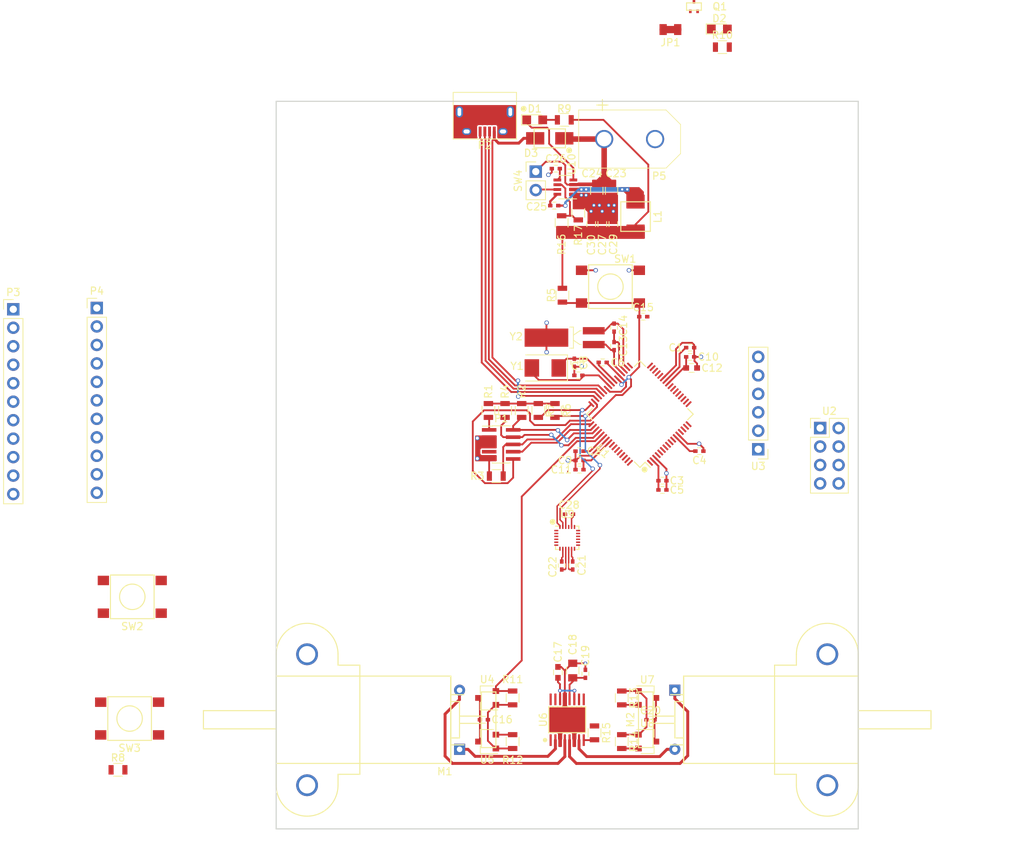
<source format=kicad_pcb>
(kicad_pcb (version 4) (host pcbnew 4.0.6)
  (layers (0 F.Cu signal) (31 B.Cu signal) (34 B.Paste user) (35 F.Paste user) (36 B.SilkS user) (37 F.SilkS user) (38 B.Mask user) (39 F.Mask user) (44 Edge.Cuts user))
  (net 0 "")
  (net 1 OSC1)
  (net 2 OSC0)
  (net 3 PWR_VDDC)
  (net 4 XOSC0)
  (net 5 XGND)
  (net 6 XOSC1)
  (net 7 RESET)
  (net 8 FTDI_~DTR)
  (net 9 VINT)
  (net 10 VIN)
  (net 11 REGOUT)
  (net 12 "Net-(C25-Pad1)")
  (net 13 "Net-(C25-Pad2)")
  (net 14 /PowerSystem/SS)
  (net 15 "Net-(D1-Pad2)")
  (net 16 /PowerSystem/REG_PG)
  (net 17 "Net-(D2-Pad2)")
  (net 18 "Net-(D2-Pad1)")
  (net 19 +USB_VBUS)
  (net 20 "Net-(JP1-Pad2)")
  (net 21 PF1/LED_R)
  (net 22 /DriveSystem/M1+)
  (net 23 /DriveSystem/M1-)
  (net 24 /DriveSystem/M2+)
  (net 25 /DriveSystem/M2-)
  (net 26 "Net-(P1-Pad1)")
  (net 27 PC1/JTAG_TMS)
  (net 28 PC0/JTAG_TCK)
  (net 29 PC3/JTAG_TDO)
  (net 30 "Net-(P1-Pad7)")
  (net 31 PC2/JTAG_TDI)
  (net 32 PB0/USB0_ID)
  (net 33 PA0/U0Rx)
  (net 34 PA1/U0Tx)
  (net 35 PA2/SSI0CLK)
  (net 36 PA3/SSI0Fss)
  (net 37 PA4/SSI0Rx)
  (net 38 PA5/SSI0Tx)
  (net 39 PA6/IO_M1P2)
  (net 40 PA7/IO_M1P3)
  (net 41 PB2/I2C_SCL)
  (net 42 PB3/I2C_SDA)
  (net 43 PD0/SSI1CLK)
  (net 44 PD1/SSI1Fss)
  (net 45 PD2/SSI1Rx)
  (net 46 PD3/SSI1Tx)
  (net 47 PF2/IO_M1P6)
  (net 48 PF3/IO_M1P7)
  (net 49 PF0/SW_USR2)
  (net 50 ~WAKE)
  (net 51 PD6/QEI_PhA0)
  (net 52 PC5/QEI_PhA1)
  (net 53 PD7/QEI_PhB0)
  (net 54 PC6/QEI_PhB1)
  (net 55 /DriveSystem/nFault)
  (net 56 "Net-(R16-Pad2)")
  (net 57 PF4/SW_USR1)
  (net 58 REG_EN)
  (net 59 PB6/PWM_M0P0)
  (net 60 PB7/PWM_M0P1)
  (net 61 PE3/ESP_GPIO2)
  (net 62 PE2/ESP_GPIO0)
  (net 63 PE1/ESP_EN)
  (net 64 PE0/ESP_RST)
  (net 65 PC7/MPU_INT)
  (net 66 PC4/DRV_SLP)
  (net 67 "Net-(U1-Pad33)")
  (net 68 PB5/PWM_M0P3)
  (net 69 PB4/PWM_M0P2)
  (net 70 PE4/U5Rx)
  (net 71 PE5/U5Tx)
  (net 72 "Net-(U9-Pad1)")
  (net 73 "Net-(U9-Pad7)")
  (net 74 "Net-(U9-Pad19)")
  (net 75 "Net-(U9-Pad21)")
  (net 76 PWR_GND)
  (net 77 PWR_VDD)
  (net 78 USB0_D-)
  (net 79 USB0_D+)
  (module Capacitors_SMD:C_0402 (layer F.Cu) (at 171.9 78.856)
    (fp_text reference C1 (at -1.99 0) (layer F.SilkS))
    (fp_text value 0.01uF)
    (pad 1 smd rect (at -0.55 0) (size 0.6 0.5) (layers F.Cu F.Paste F.Mask) (net 77 PWR_VDD))
    (pad 2 smd rect (at 0.55 0) (size 0.6 0.5) (layers F.Cu F.Paste F.Mask) (net 76 PWR_GND))
  )
  (module Capacitors_SMD:C_0402 (layer F.Cu) (at 156.69142 93.087462 180)
    (fp_text reference C2 (at -1.99 0 180) (layer F.SilkS))
    (fp_text value 0.1uF)
    (pad 1 smd rect (at -0.55 0 180) (size 0.6 0.5) (layers F.Cu F.Paste F.Mask) (net 77 PWR_VDD))
    (pad 2 smd rect (at 0.55 0 180) (size 0.6 0.5) (layers F.Cu F.Paste F.Mask) (net 76 PWR_GND))
  )
  (module Capacitors_SMD:C_0402 (layer F.Cu) (at 168.09 97.144)
    (fp_text reference C3 (at 1.99 0) (layer F.SilkS))
    (fp_text value 0.01uF)
    (pad 1 smd rect (at -0.55 0) (size 0.6 0.5) (layers F.Cu F.Paste F.Mask) (net 77 PWR_VDD))
    (pad 2 smd rect (at 0.55 0) (size 0.6 0.5) (layers F.Cu F.Paste F.Mask) (net 76 PWR_GND))
  )
  (module Capacitors_SMD:C_0402 (layer F.Cu) (at 173.17 93.08)
    (fp_text reference C4 (at 0 1.27) (layer F.SilkS))
    (fp_text value 0.1uF)
    (pad 1 smd rect (at -0.55 0) (size 0.6 0.5) (layers F.Cu F.Paste F.Mask) (net 77 PWR_VDD))
    (pad 2 smd rect (at 0.55 0) (size 0.6 0.5) (layers F.Cu F.Paste F.Mask) (net 76 PWR_GND))
  )
  (module Capacitors_SMD:C_0402 (layer F.Cu) (at 168.09 98.414)
    (fp_text reference C5 (at 1.99 0) (layer F.SilkS))
    (fp_text value 0.01uF)
    (pad 1 smd rect (at -0.55 0) (size 0.6 0.5) (layers F.Cu F.Paste F.Mask) (net 77 PWR_VDD))
    (pad 2 smd rect (at 0.55 0) (size 0.6 0.5) (layers F.Cu F.Paste F.Mask) (net 76 PWR_GND))
  )
  (module Capacitors_SMD:C_0402 (layer F.Cu) (at 159.878 80.888 180)
    (fp_text reference C6 (at -2.074 0 180) (layer F.SilkS))
    (fp_text value 1uF)
    (pad 1 smd rect (at -0.55 0 180) (size 0.6 0.5) (layers F.Cu F.Paste F.Mask) (net 77 PWR_VDD))
    (pad 2 smd rect (at 0.55 0 180) (size 0.6 0.5) (layers F.Cu F.Paste F.Mask) (net 76 PWR_GND))
  )
  (module Capacitors_SMD:C_0402 (layer F.Cu) (at 156.533 82.666 180)
    (fp_text reference C7 (at 0.042 1.27 180) (layer F.SilkS))
    (fp_text value 10pF)
    (pad 1 smd rect (at -0.55 0 180) (size 0.6 0.5) (layers F.Cu F.Paste F.Mask) (net 1 OSC1))
    (pad 2 smd rect (at 0.55 0 180) (size 0.6 0.5) (layers F.Cu F.Paste F.Mask) (net 76 PWR_GND))
  )
  (module Capacitors_SMD:C_0402 (layer F.Cu) (at 155.983 80.93 270)
    (fp_text reference C8 (at 0 -1.27 270) (layer F.SilkS))
    (fp_text value 10pF)
    (pad 1 smd rect (at -0.55 0 270) (size 0.6 0.5) (layers F.Cu F.Paste F.Mask) (net 2 OSC0))
    (pad 2 smd rect (at 0.55 0 270) (size 0.6 0.5) (layers F.Cu F.Paste F.Mask) (net 76 PWR_GND))
  )
  (module Capacitors_SMD:C_0402 (layer F.Cu) (at 156.69142 94.357462 180)
    (fp_text reference C9 (at 1.99 0 180) (layer F.SilkS))
    (fp_text value 0.1uF)
    (pad 1 smd rect (at -0.55 0 180) (size 0.6 0.5) (layers F.Cu F.Paste F.Mask) (net 3 PWR_VDDC))
    (pad 2 smd rect (at 0.55 0 180) (size 0.6 0.5) (layers F.Cu F.Paste F.Mask) (net 76 PWR_GND))
  )
  (module Capacitors_SMD:C_0402 (layer F.Cu) (at 171.9 80.126)
    (fp_text reference C10 (at 2.498 0) (layer F.SilkS))
    (fp_text value 0.1uF)
    (pad 1 smd rect (at -0.55 0) (size 0.6 0.5) (layers F.Cu F.Paste F.Mask) (net 3 PWR_VDDC))
    (pad 2 smd rect (at 0.55 0) (size 0.6 0.5) (layers F.Cu F.Paste F.Mask) (net 76 PWR_GND))
  )
  (module Capacitors_SMD:C_0402 (layer F.Cu) (at 156.69142 95.627462 180)
    (fp_text reference C11 (at 2.498 0 180) (layer F.SilkS))
    (fp_text value 1uF)
    (pad 1 smd rect (at -0.55 0 180) (size 0.6 0.5) (layers F.Cu F.Paste F.Mask) (net 3 PWR_VDDC))
    (pad 2 smd rect (at 0.55 0 180) (size 0.6 0.5) (layers F.Cu F.Paste F.Mask) (net 76 PWR_GND))
  )
  (module Capacitors_SMD:C_0603 (layer F.Cu) (at 172.1 81.65)
    (fp_text reference C12 (at 2.806 0) (layer F.SilkS))
    (fp_text value 2.2uF)
    (pad 2 smd rect (at 0.75 0) (size 0.8 0.75) (layers F.Cu F.Paste F.Mask) (net 76 PWR_GND))
    (pad 1 smd rect (at -0.75 0) (size 0.8 0.75) (layers F.Cu F.Paste F.Mask) (net 3 PWR_VDDC))
  )
  (module Capacitors_SMD:C_0402 (layer F.Cu) (at 161.444 78.644 90)
    (fp_text reference C13 (at 0 1.27 90) (layer F.SilkS))
    (fp_text value 24pF)
    (pad 1 smd rect (at -0.55 0 90) (size 0.6 0.5) (layers F.Cu F.Paste F.Mask) (net 6 XOSC1))
    (pad 2 smd rect (at 0.55 0 90) (size 0.6 0.5) (layers F.Cu F.Paste F.Mask) (net 5 XGND))
  )
  (module Capacitors_SMD:C_0402 (layer F.Cu) (at 161.444 76.104 90)
    (fp_text reference C14 (at 0.296 1.27 90) (layer F.SilkS))
    (fp_text value 24pF)
    (pad 1 smd rect (at -0.55 0 90) (size 0.6 0.5) (layers F.Cu F.Paste F.Mask) (net 5 XGND))
    (pad 2 smd rect (at 0.55 0 90) (size 0.6 0.5) (layers F.Cu F.Paste F.Mask) (net 4 XOSC0))
  )
  (module Capacitors_SMD:C_0402 (layer F.Cu) (at 165.45 74.6)
    (fp_text reference C15 (at 0 -1.27) (layer F.SilkS))
    (fp_text value "DNP 0.1uF")
    (pad 1 smd rect (at -0.55 0) (size 0.6 0.5) (layers F.Cu F.Paste F.Mask) (net 7 RESET))
    (pad 2 smd rect (at 0.55 0) (size 0.6 0.5) (layers F.Cu F.Paste F.Mask) (net 8 FTDI_~DTR))
  )
  (module Capacitors_SMD:C_0402 (layer F.Cu) (at 143.55 130 180)
    (fp_text reference C16 (at -2.498 0.0254 180) (layer F.SilkS))
    (fp_text value 0.1uF)
    (pad 1 smd rect (at -0.55 0 180) (size 0.6 0.5) (layers F.Cu F.Paste F.Mask) (net 77 PWR_VDD))
    (pad 2 smd rect (at 0.55 0 180) (size 0.6 0.5) (layers F.Cu F.Paste F.Mask) (net 76 PWR_GND))
  )
  (module Capacitors_SMD:C_0603 (layer F.Cu) (at 153.728 123.488 90)
    (fp_text reference C17 (at 2.806 0 90) (layer F.SilkS))
    (fp_text value 2.2uF)
    (pad 2 smd rect (at 0.75 0 90) (size 0.8 0.75) (layers F.Cu F.Paste F.Mask) (net 76 PWR_GND))
    (pad 1 smd rect (at -0.75 0 90) (size 0.8 0.75) (layers F.Cu F.Paste F.Mask) (net 9 VINT))
  )
  (module Capacitors_SMD:C_0805 (layer F.Cu) (at 155.76 123.238 90)
    (fp_text reference C18 (at 3.572 0 90) (layer F.SilkS))
    (fp_text value 10uF)
    (pad 1 smd rect (at -1 0 90) (size 1 1.25) (layers F.Cu F.Paste F.Mask) (net 10 VIN))
    (pad 2 smd rect (at 1 0 90) (size 1 1.25) (layers F.Cu F.Paste F.Mask) (net 76 PWR_GND))
  )
  (module Capacitors_SMD:C_0402 (layer F.Cu) (at 157.5 123.688 90)
    (fp_text reference C19 (at 2.498 0 90) (layer F.SilkS))
    (fp_text value 0.1uF)
    (pad 1 smd rect (at -0.55 0 90) (size 0.6 0.5) (layers F.Cu F.Paste F.Mask) (net 10 VIN))
    (pad 2 smd rect (at 0.55 0 90) (size 0.6 0.5) (layers F.Cu F.Paste F.Mask) (net 76 PWR_GND))
  )
  (module Capacitors_SMD:C_0402 (layer F.Cu) (at 166.45 130)
    (fp_text reference C20 (at 0 -1.27) (layer F.SilkS))
    (fp_text value 0.1uF)
    (pad 1 smd rect (at -0.55 0) (size 0.6 0.5) (layers F.Cu F.Paste F.Mask) (net 77 PWR_VDD))
    (pad 2 smd rect (at 0.55 0) (size 0.6 0.5) (layers F.Cu F.Paste F.Mask) (net 76 PWR_GND))
  )
  (module Capacitors_SMD:C_0402 (layer F.Cu) (at 155.75 108.8 90)
    (fp_text reference C21 (at 0.05 1.25 90) (layer F.SilkS))
    (fp_text value 0.1uF)
    (pad 1 smd rect (at -0.55 0 90) (size 0.6 0.5) (layers F.Cu F.Paste F.Mask) (net 11 REGOUT))
    (pad 2 smd rect (at 0.55 0 90) (size 0.6 0.5) (layers F.Cu F.Paste F.Mask) (net 76 PWR_GND))
  )
  (module Capacitors_SMD:C_0402 (layer F.Cu) (at 154.25 108.8 270)
    (fp_text reference C22 (at 0.2 1.25 270) (layer F.SilkS))
    (fp_text value 10nF)
    (pad 1 smd rect (at -0.55 0 270) (size 0.6 0.5) (layers F.Cu F.Paste F.Mask) (net 77 PWR_VDD))
    (pad 2 smd rect (at 0.55 0 270) (size 0.6 0.5) (layers F.Cu F.Paste F.Mask) (net 76 PWR_GND))
  )
  (module Capacitors_SMD:C_0805 (layer F.Cu) (at 161.094882 57.301566 270)
    (fp_text reference C23 (at -2.38886 -0.618354 360) (layer F.SilkS))
    (fp_text value "10uF 1mOhm")
    (pad 1 smd rect (at -1 0 270) (size 1 1.25) (layers F.Cu F.Paste F.Mask) (net 10 VIN))
    (pad 2 smd rect (at 1 0 270) (size 1 1.25) (layers F.Cu F.Paste F.Mask) (net 76 PWR_GND))
  )
  (module Capacitors_SMD:C_0805 (layer F.Cu) (at 159.062882 57.301566 270)
    (fp_text reference C24 (at -2.38886 0.651646 360) (layer F.SilkS))
    (fp_text value "10uF 1mOhm")
    (pad 1 smd rect (at -1 0 270) (size 1 1.25) (layers F.Cu F.Paste F.Mask) (net 10 VIN))
    (pad 2 smd rect (at 1 0 270) (size 1 1.25) (layers F.Cu F.Paste F.Mask) (net 76 PWR_GND))
  )
  (module Capacitors_SMD:C_0402 (layer F.Cu) (at 153.220882 59.333566 180)
    (fp_text reference C25 (at 2.429646 -0.15114 180) (layer F.SilkS))
    (fp_text value 0.1uF)
    (pad 1 smd rect (at -0.55 0 180) (size 0.6 0.5) (layers F.Cu F.Paste F.Mask) (net 12 "Net-(C25-Pad1)"))
    (pad 2 smd rect (at 0.55 0 180) (size 0.6 0.5) (layers F.Cu F.Paste F.Mask) (net 13 "Net-(C25-Pad2)"))
  )
  (module Capacitors_SMD:C_0402 (layer F.Cu) (at 153.432882 54.253566 180)
    (fp_text reference C26 (at 0 1.37286 180) (layer F.SilkS))
    (fp_text value 8.2nF)
    (pad 1 smd rect (at -0.55 0 180) (size 0.6 0.5) (layers F.Cu F.Paste F.Mask) (net 14 /PowerSystem/SS))
    (pad 2 smd rect (at 0.55 0 180) (size 0.6 0.5) (layers F.Cu F.Paste F.Mask) (net 76 PWR_GND))
  )
  (module Capacitors_SMD:C_0603 (layer F.Cu) (at 159.824882 61.873566 90)
    (fp_text reference C27 (at -2.850412 0 90) (layer F.SilkS))
    (fp_text value 22uF)
    (pad 2 smd rect (at 0.75 0 90) (size 0.8 0.75) (layers F.Cu F.Paste F.Mask) (net 76 PWR_GND))
    (pad 1 smd rect (at -0.75 0 90) (size 0.8 0.75) (layers F.Cu F.Paste F.Mask) (net 77 PWR_VDD))
  )
  (module Capacitors_SMD:C_0402 (layer F.Cu) (at 155.25 101.75)
    (fp_text reference C28 (at 0 -1.27) (layer F.SilkS))
    (fp_text value 0.1uF)
    (pad 1 smd rect (at -0.55 0) (size 0.6 0.5) (layers F.Cu F.Paste F.Mask) (net 77 PWR_VDD))
    (pad 2 smd rect (at 0.55 0) (size 0.6 0.5) (layers F.Cu F.Paste F.Mask) (net 76 PWR_GND))
  )
  (module Capacitors_SMD:C_0603 (layer F.Cu) (at 161.348882 61.873566 90)
    (fp_text reference C29 (at -2.782 0 90) (layer F.SilkS))
    (fp_text value 22uF)
    (pad 2 smd rect (at 0.75 0 90) (size 0.8 0.75) (layers F.Cu F.Paste F.Mask) (net 76 PWR_GND))
    (pad 1 smd rect (at -0.75 0 90) (size 0.8 0.75) (layers F.Cu F.Paste F.Mask) (net 77 PWR_VDD))
  )
  (module Capacitors_SMD:C_0603 (layer F.Cu) (at 158.300882 61.873566 90)
    (fp_text reference C30 (at -2.850412 0 90) (layer F.SilkS))
    (fp_text value 22uF)
    (pad 2 smd rect (at 0.75 0 90) (size 0.8 0.75) (layers F.Cu F.Paste F.Mask) (net 76 PWR_GND))
    (pad 1 smd rect (at -0.75 0 90) (size 0.8 0.75) (layers F.Cu F.Paste F.Mask) (net 77 PWR_VDD))
  )
  (module LEDs:LED_0805 (layer F.Cu) (at 150.537236 47.546706)
    (fp_text reference D1 (at 0 -1.524) (layer F.SilkS))
    (fp_text value GRN)
    (pad 2 smd rect (at 1.1 0 180) (size 1.2 1.2) (layers F.Cu F.Paste F.Mask) (net 15 "Net-(D1-Pad2)"))
    (pad 1 smd rect (at -1.1 0 180) (size 1.2 1.2) (layers F.Cu F.Paste F.Mask) (net 16 /PowerSystem/REG_PG))
  )
  (module LEDs:LED_0805 (layer F.Cu) (at 175.911 35.0628)
    (fp_text reference D2 (at 0 -1.45) (layer F.SilkS))
    (fp_text value RED)
    (pad 2 smd rect (at 1.1 0 180) (size 1.2 1.2) (layers F.Cu F.Paste F.Mask) (net 17 "Net-(D2-Pad2)"))
    (pad 1 smd rect (at -1.1 0 180) (size 1.2 1.2) (layers F.Cu F.Paste F.Mask) (net 18 "Net-(D2-Pad1)"))
  )
  (module _BalBotLib:DO-214AC (layer F.Cu) (at 152.601236 50.086706 180)
    (fp_text reference D3 (at 2.572 -2.032 180) (layer F.SilkS))
    (fp_text value B340A)
    (pad 1 smd rect (at -2 0 180) (size 2.5 1.7) (layers F.Cu F.Paste F.Mask) (net 10 VIN))
    (pad 2 smd rect (at 2 0 180) (size 2.5 1.7) (layers F.Cu F.Paste F.Mask) (net 19 +USB_VBUS))
  )
  (module _BalBotLib:IND_3.3uH_ASPI-0530LR-3R3M-T2 (layer F.Cu) (at 164.396882 60.839566 270)
    (fp_text reference L1 (at 0.018 -3.048 270) (layer F.SilkS))
    (fp_text value "3.3uH 0.036Ohm")
    (pad 1 smd rect (at -2.05 0 270) (size 1.9 2.5) (layers F.Cu F.Paste F.Mask) (net 12 "Net-(C25-Pad1)"))
    (pad 2 smd rect (at 2.05 0 270) (size 1.9 2.5) (layers F.Cu F.Paste F.Mask) (net 77 PWR_VDD))
  )
  (module _BalBotLib:Motor_N20 (layer F.Cu) (at 127 130 90)
    (fp_text reference M1 (at -7.112 11.176 180) (layer F.SilkS))
    (fp_text value Motor_N20)
    (pad 1 thru_hole rect (at -4.064 13.208 90) (size 1.524 1.524) (drill 0.762) (layers *.Cu *.Mask) (net 22 /DriveSystem/M1+))
    (pad 2 thru_hole circle (at 4.064 13.208 90) (size 1.524 1.524) (drill 0.762) (layers *.Cu *.Mask) (net 23 /DriveSystem/M1-))
    (pad ~ thru_hole circle (at -9 -7.75 90) (size 3 3) (drill 2.26) (layers *.Cu *.Mask))
    (pad ~ thru_hole circle (at 9 -7.75 90) (size 3 3) (drill 2.26) (layers *.Cu *.Mask))
  )
  (module _BalBotLib:Motor_N20 (layer F.Cu) (at 183 130 270)
    (fp_text reference M2 (at 0 19.304 270) (layer F.SilkS))
    (fp_text value Motor_N20)
    (pad 1 thru_hole rect (at -4.064 13.208 270) (size 1.524 1.524) (drill 0.762) (layers *.Cu *.Mask) (net 24 /DriveSystem/M2+))
    (pad 2 thru_hole circle (at 4.064 13.208 270) (size 1.524 1.524) (drill 0.762) (layers *.Cu *.Mask) (net 25 /DriveSystem/M2-))
    (pad ~ thru_hole circle (at -9 -7.75 270) (size 3 3) (drill 2.26) (layers *.Cu *.Mask))
    (pad ~ thru_hole circle (at 9 -7.75 270) (size 3 3) (drill 2.26) (layers *.Cu *.Mask))
  )
  (module Connect:USB_Micro-B (layer F.Cu) (at 143.679236 47.800706 180)
    (fp_text reference P2 (at 0 -3.24 180) (layer F.SilkS))
    (fp_text value USB_OTG)
    (pad 1 smd rect (at -1.3 -1.35 270) (size 1.35 0.4) (layers F.Cu F.Paste F.Mask) (net 19 +USB_VBUS))
    (pad 2 smd rect (at -0.65 -1.35 270) (size 1.35 0.4) (layers F.Cu F.Paste F.Mask) (net 78 USB0_D-))
    (pad 3 smd rect (at 0 -1.35 270) (size 1.35 0.4) (layers F.Cu F.Paste F.Mask) (net 79 USB0_D+))
    (pad 4 smd rect (at 0.65 -1.35 270) (size 1.35 0.4) (layers F.Cu F.Paste F.Mask) (net 32 PB0/USB0_ID))
    (pad 5 smd rect (at 1.3 -1.35 270) (size 1.35 0.4) (layers F.Cu F.Paste F.Mask) (net 76 PWR_GND))
    (pad 6 thru_hole oval (at -2.5 -1.35 270) (size 0.95 1.25) (drill oval 0.55 0.85) (layers *.Cu *.Mask) (net 76 PWR_GND))
    (pad 6 thru_hole oval (at 2.5 -1.35 270) (size 0.95 1.25) (drill oval 0.55 0.85) (layers *.Cu *.Mask) (net 76 PWR_GND))
    (pad 6 thru_hole oval (at -3.5 1.35 270) (size 1.55 1) (drill oval 1.15 0.5) (layers *.Cu *.Mask) (net 76 PWR_GND))
    (pad 6 thru_hole oval (at 3.5 1.35 270) (size 1.55 1) (drill oval 1.15 0.5) (layers *.Cu *.Mask) (net 76 PWR_GND))
  )
  (module Pin_Headers:Pin_Header_Straight_1x11_Pitch2.54mm (layer F.Cu) (at 78.867 73.5838)
    (fp_text reference P3 (at 0 -2.33) (layer F.SilkS))
    (fp_text value CONN_01X11)
    (pad 1 thru_hole rect (at 0 0) (size 1.7 1.7) (drill 1) (layers *.Cu *.Mask) (net 77 PWR_VDD))
    (pad 2 thru_hole oval (at 0 2.54) (size 1.7 1.7) (drill 1) (layers *.Cu *.Mask) (net 76 PWR_GND))
    (pad 3 thru_hole oval (at 0 5.08) (size 1.7 1.7) (drill 1) (layers *.Cu *.Mask) (net 7 RESET))
    (pad 4 thru_hole oval (at 0 7.62) (size 1.7 1.7) (drill 1) (layers *.Cu *.Mask) (net 33 PA0/U0Rx))
    (pad 5 thru_hole oval (at 0 10.16) (size 1.7 1.7) (drill 1) (layers *.Cu *.Mask) (net 34 PA1/U0Tx))
    (pad 6 thru_hole oval (at 0 12.7) (size 1.7 1.7) (drill 1) (layers *.Cu *.Mask) (net 35 PA2/SSI0CLK))
    (pad 7 thru_hole oval (at 0 15.24) (size 1.7 1.7) (drill 1) (layers *.Cu *.Mask) (net 36 PA3/SSI0Fss))
    (pad 8 thru_hole oval (at 0 17.78) (size 1.7 1.7) (drill 1) (layers *.Cu *.Mask) (net 37 PA4/SSI0Rx))
    (pad 9 thru_hole oval (at 0 20.32) (size 1.7 1.7) (drill 1) (layers *.Cu *.Mask) (net 38 PA5/SSI0Tx))
    (pad 10 thru_hole oval (at 0 22.86) (size 1.7 1.7) (drill 1) (layers *.Cu *.Mask) (net 39 PA6/IO_M1P2))
    (pad 11 thru_hole oval (at 0 25.4) (size 1.7 1.7) (drill 1) (layers *.Cu *.Mask) (net 40 PA7/IO_M1P3))
  )
  (module Pin_Headers:Pin_Header_Straight_1x11_Pitch2.54mm (layer F.Cu) (at 90.3478 73.406)
    (fp_text reference P4 (at 0 -2.33) (layer F.SilkS))
    (fp_text value CONN_01X11)
    (pad 1 thru_hole rect (at 0 0) (size 1.7 1.7) (drill 1) (layers *.Cu *.Mask) (net 10 VIN))
    (pad 2 thru_hole oval (at 0 2.54) (size 1.7 1.7) (drill 1) (layers *.Cu *.Mask) (net 76 PWR_GND))
    (pad 3 thru_hole oval (at 0 5.08) (size 1.7 1.7) (drill 1) (layers *.Cu *.Mask) (net 41 PB2/I2C_SCL))
    (pad 4 thru_hole oval (at 0 7.62) (size 1.7 1.7) (drill 1) (layers *.Cu *.Mask) (net 42 PB3/I2C_SDA))
    (pad 5 thru_hole oval (at 0 10.16) (size 1.7 1.7) (drill 1) (layers *.Cu *.Mask) (net 43 PD0/SSI1CLK))
    (pad 6 thru_hole oval (at 0 12.7) (size 1.7 1.7) (drill 1) (layers *.Cu *.Mask) (net 44 PD1/SSI1Fss))
    (pad 7 thru_hole oval (at 0 15.24) (size 1.7 1.7) (drill 1) (layers *.Cu *.Mask) (net 45 PD2/SSI1Rx))
    (pad 8 thru_hole oval (at 0 17.78) (size 1.7 1.7) (drill 1) (layers *.Cu *.Mask) (net 46 PD3/SSI1Tx))
    (pad 9 thru_hole oval (at 0 20.32) (size 1.7 1.7) (drill 1) (layers *.Cu *.Mask) (net 21 PF1/LED_R))
    (pad 10 thru_hole oval (at 0 22.86) (size 1.7 1.7) (drill 1) (layers *.Cu *.Mask) (net 47 PF2/IO_M1P6))
    (pad 11 thru_hole oval (at 0 25.4) (size 1.7 1.7) (drill 1) (layers *.Cu *.Mask) (net 48 PF3/IO_M1P7))
  )
  (module _BalBotLib:SOT-416 (layer F.Cu) (at 172.4216 31.9769)
    (fp_text reference Q1 (at 3.556 0) (layer F.SilkS))
    (fp_text value DTC114E)
    (pad 1 smd rect (at -0.5 0.6475) (size 0.356 0.508) (layers F.Cu F.Paste F.Mask) (net 20 "Net-(JP1-Pad2)"))
    (pad 2 smd rect (at 0.5 0.6475) (size 0.356 0.508) (layers F.Cu F.Paste F.Mask) (net 76 PWR_GND))
    (pad 3 smd rect (at 0 -0.6475) (size 0.356 0.508) (layers F.Cu F.Paste F.Mask) (net 18 "Net-(D2-Pad1)"))
  )
  (module Resistors_SMD:R_0805 (layer F.Cu) (at 144.172 87.492 270)
    (fp_text reference R1 (at -2.606 0 270) (layer F.SilkS))
    (fp_text value 100)
    (pad 1 smd rect (at -0.95 0 270) (size 0.7 1.3) (layers F.Cu F.Paste F.Mask) (net 77 PWR_VDD))
    (pad 2 smd rect (at 0.95 0 270) (size 0.7 1.3) (layers F.Cu F.Paste F.Mask) (net 26 "Net-(P1-Pad1)"))
  )
  (module Resistors_SMD:R_0805 (layer F.Cu) (at 148.744 87.492 270)
    (fp_text reference R2 (at -2.606 0 270) (layer F.SilkS))
    (fp_text value 10k)
    (pad 1 smd rect (at -0.95 0 270) (size 0.7 1.3) (layers F.Cu F.Paste F.Mask) (net 77 PWR_VDD))
    (pad 2 smd rect (at 0.95 0 270) (size 0.7 1.3) (layers F.Cu F.Paste F.Mask) (net 27 PC1/JTAG_TMS))
  )
  (module Resistors_SMD:R_0805 (layer F.Cu) (at 145.254 96.509 180)
    (fp_text reference R3 (at 2.606 0 180) (layer F.SilkS))
    (fp_text value 10k)
    (pad 1 smd rect (at -0.95 0 180) (size 0.7 1.3) (layers F.Cu F.Paste F.Mask) (net 29 PC3/JTAG_TDO))
    (pad 2 smd rect (at 0.95 0 180) (size 0.7 1.3) (layers F.Cu F.Paste F.Mask) (net 76 PWR_GND))
  )
  (module Resistors_SMD:R_0805 (layer F.Cu) (at 146.458 87.492 270)
    (fp_text reference R4 (at -2.606 0 270) (layer F.SilkS))
    (fp_text value 10k)
    (pad 1 smd rect (at -0.95 0 270) (size 0.7 1.3) (layers F.Cu F.Paste F.Mask) (net 77 PWR_VDD))
    (pad 2 smd rect (at 0.95 0 270) (size 0.7 1.3) (layers F.Cu F.Paste F.Mask) (net 28 PC0/JTAG_TCK))
  )
  (module Resistors_SMD:R_0805 (layer F.Cu) (at 154.34 71.65 270)
    (fp_text reference R5 (at 0 1.524 270) (layer F.SilkS))
    (fp_text value 10k)
    (pad 1 smd rect (at -0.95 0 270) (size 0.7 1.3) (layers F.Cu F.Paste F.Mask) (net 77 PWR_VDD))
    (pad 2 smd rect (at 0.95 0 270) (size 0.7 1.3) (layers F.Cu F.Paste F.Mask) (net 7 RESET))
  )
  (module Resistors_SMD:R_0805 (layer F.Cu) (at 153.316 87.492 270)
    (fp_text reference R6 (at 0 -1.65 270) (layer F.SilkS))
    (fp_text value 4.7k)
    (pad 1 smd rect (at -0.95 0 270) (size 0.7 1.3) (layers F.Cu F.Paste F.Mask) (net 77 PWR_VDD))
    (pad 2 smd rect (at 0.95 0 270) (size 0.7 1.3) (layers F.Cu F.Paste F.Mask) (net 41 PB2/I2C_SCL))
  )
  (module Resistors_SMD:R_0805 (layer F.Cu) (at 151.03 87.492 270)
    (fp_text reference R7 (at 0 -1.65 270) (layer F.SilkS))
    (fp_text value 4.7k)
    (pad 1 smd rect (at -0.95 0 270) (size 0.7 1.3) (layers F.Cu F.Paste F.Mask) (net 77 PWR_VDD))
    (pad 2 smd rect (at 0.95 0 270) (size 0.7 1.3) (layers F.Cu F.Paste F.Mask) (net 42 PB3/I2C_SDA))
  )
  (module Resistors_SMD:R_0805 (layer F.Cu) (at 93.2586 136.8806)
    (fp_text reference R8 (at 0 -1.65) (layer F.SilkS))
    (fp_text value 330)
    (pad 1 smd rect (at -0.95 0) (size 0.7 1.3) (layers F.Cu F.Paste F.Mask) (net 49 PF0/SW_USR2))
    (pad 2 smd rect (at 0.95 0) (size 0.7 1.3) (layers F.Cu F.Paste F.Mask) (net 50 ~WAKE))
  )
  (module Resistors_SMD:R_0805 (layer F.Cu) (at 154.601236 47.546706)
    (fp_text reference R9 (at 0 -1.524) (layer F.SilkS))
    (fp_text value 100)
    (pad 1 smd rect (at -0.95 0) (size 0.7 1.3) (layers F.Cu F.Paste F.Mask) (net 15 "Net-(D1-Pad2)"))
    (pad 2 smd rect (at 0.95 0) (size 0.7 1.3) (layers F.Cu F.Paste F.Mask) (net 77 PWR_VDD))
  )
  (module Resistors_SMD:R_0805 (layer F.Cu) (at 176.3252 37.552)
    (fp_text reference R10 (at 0 -1.65) (layer F.SilkS))
    (fp_text value 100)
    (pad 1 smd rect (at -0.95 0) (size 0.7 1.3) (layers F.Cu F.Paste F.Mask) (net 77 PWR_VDD))
    (pad 2 smd rect (at 0.95 0) (size 0.7 1.3) (layers F.Cu F.Paste F.Mask) (net 17 "Net-(D2-Pad2)"))
  )
  (module Resistors_SMD:R_0805 (layer F.Cu) (at 147.5 127 90)
    (fp_text reference R11 (at 2.54 0 180) (layer F.SilkS))
    (fp_text value 10k)
    (pad 1 smd rect (at -0.95 0 90) (size 0.7 1.3) (layers F.Cu F.Paste F.Mask) (net 77 PWR_VDD))
    (pad 2 smd rect (at 0.95 0 90) (size 0.7 1.3) (layers F.Cu F.Paste F.Mask) (net 51 PD6/QEI_PhA0))
  )
  (module Resistors_SMD:R_0805 (layer F.Cu) (at 147.5 133 90)
    (fp_text reference R12 (at -2.54 0 180) (layer F.SilkS))
    (fp_text value 10k)
    (pad 1 smd rect (at -0.95 0 90) (size 0.7 1.3) (layers F.Cu F.Paste F.Mask) (net 77 PWR_VDD))
    (pad 2 smd rect (at 0.95 0 90) (size 0.7 1.3) (layers F.Cu F.Paste F.Mask) (net 52 PC5/QEI_PhA1))
  )
  (module Resistors_SMD:R_0805 (layer F.Cu) (at 162.5 127 270)
    (fp_text reference R13 (at 0 -1.65 270) (layer F.SilkS))
    (fp_text value 10k)
    (pad 1 smd rect (at -0.95 0 270) (size 0.7 1.3) (layers F.Cu F.Paste F.Mask) (net 77 PWR_VDD))
    (pad 2 smd rect (at 0.95 0 270) (size 0.7 1.3) (layers F.Cu F.Paste F.Mask) (net 53 PD7/QEI_PhB0))
  )
  (module Resistors_SMD:R_0805 (layer F.Cu) (at 162.5 133 270)
    (fp_text reference R14 (at 0 -1.65 270) (layer F.SilkS))
    (fp_text value 10k)
    (pad 1 smd rect (at -0.95 0 270) (size 0.7 1.3) (layers F.Cu F.Paste F.Mask) (net 77 PWR_VDD))
    (pad 2 smd rect (at 0.95 0 270) (size 0.7 1.3) (layers F.Cu F.Paste F.Mask) (net 54 PC6/QEI_PhB1))
  )
  (module Resistors_SMD:R_0805 (layer F.Cu) (at 158.75 131.8 270)
    (fp_text reference R15 (at 0 -1.65 270) (layer F.SilkS))
    (fp_text value 10k)
    (pad 1 smd rect (at -0.95 0 270) (size 0.7 1.3) (layers F.Cu F.Paste F.Mask) (net 77 PWR_VDD))
    (pad 2 smd rect (at 0.95 0 270) (size 0.7 1.3) (layers F.Cu F.Paste F.Mask) (net 55 /DriveSystem/nFault))
  )
  (module Resistors_SMD:R_0805 (layer F.Cu) (at 154.236882 61.680566 90)
    (fp_text reference R16 (at -2.982 0 90) (layer F.SilkS))
    (fp_text value 34k)
    (pad 1 smd rect (at -0.95 0 90) (size 0.7 1.3) (layers F.Cu F.Paste F.Mask) (net 77 PWR_VDD))
    (pad 2 smd rect (at 0.95 0 90) (size 0.7 1.3) (layers F.Cu F.Paste F.Mask) (net 56 "Net-(R16-Pad2)"))
  )
  (module Resistors_SMD:R_0805 (layer F.Cu) (at 156.522882 60.349566 90)
    (fp_text reference R17 (at -3.048 0 90) (layer F.SilkS))
    (fp_text value 10k)
    (pad 1 smd rect (at -0.95 0 90) (size 0.7 1.3) (layers F.Cu F.Paste F.Mask) (net 56 "Net-(R16-Pad2)"))
    (pad 2 smd rect (at 0.95 0 90) (size 0.7 1.3) (layers F.Cu F.Paste F.Mask) (net 76 PWR_GND))
  )
  (module _BalBotLib:SW_SPST_6x6mm (layer F.Cu) (at 160.944 70.474)
    (fp_text reference SW1 (at 2.032 -3.81) (layer F.SilkS))
    (fp_text value SW_RST)
    (pad 2 smd rect (at -3.975 2.25) (size 1.55 1.3) (layers F.Cu F.Paste F.Mask) (net 7 RESET))
    (pad 2 smd rect (at 3.975 2.25) (size 1.55 1.3) (layers F.Cu F.Paste F.Mask) (net 7 RESET))
    (pad 1 smd rect (at -3.975 -2.25) (size 1.55 1.3) (layers F.Cu F.Paste F.Mask) (net 76 PWR_GND))
    (pad 1 smd rect (at 3.975 -2.25) (size 1.55 1.3) (layers F.Cu F.Paste F.Mask) (net 76 PWR_GND))
  )
  (module _BalBotLib:SW_SPST_6x6mm (layer F.Cu) (at 95.2246 113.1062)
    (fp_text reference SW2 (at 0 4.064) (layer F.SilkS))
    (fp_text value SW_USR1)
    (pad 2 smd rect (at -3.975 2.25) (size 1.55 1.3) (layers F.Cu F.Paste F.Mask) (net 57 PF4/SW_USR1))
    (pad 2 smd rect (at 3.975 2.25) (size 1.55 1.3) (layers F.Cu F.Paste F.Mask) (net 57 PF4/SW_USR1))
    (pad 1 smd rect (at -3.975 -2.25) (size 1.55 1.3) (layers F.Cu F.Paste F.Mask) (net 76 PWR_GND))
    (pad 1 smd rect (at 3.975 -2.25) (size 1.55 1.3) (layers F.Cu F.Paste F.Mask) (net 76 PWR_GND))
  )
  (module _BalBotLib:SW_SPST_6x6mm (layer F.Cu) (at 94.8564 129.8342)
    (fp_text reference SW3 (at 0 4.064) (layer F.SilkS))
    (fp_text value SW_USR2)
    (pad 2 smd rect (at -3.975 2.25) (size 1.55 1.3) (layers F.Cu F.Paste F.Mask) (net 49 PF0/SW_USR2))
    (pad 2 smd rect (at 3.975 2.25) (size 1.55 1.3) (layers F.Cu F.Paste F.Mask) (net 49 PF0/SW_USR2))
    (pad 1 smd rect (at -3.975 -2.25) (size 1.55 1.3) (layers F.Cu F.Paste F.Mask) (net 76 PWR_GND))
    (pad 1 smd rect (at 3.975 -2.25) (size 1.55 1.3) (layers F.Cu F.Paste F.Mask) (net 76 PWR_GND))
  )
  (module Pin_Headers:Pin_Header_Straight_1x02_Pitch2.54mm (layer F.Cu) (at 150.680882 54.658706)
    (fp_text reference SW4 (at -2.429646 1.27 90) (layer F.SilkS))
    (fp_text value SPST)
    (pad 1 thru_hole rect (at 0 0) (size 1.7 1.7) (drill 1) (layers *.Cu *.Mask) (net 10 VIN))
    (pad 2 thru_hole oval (at 0 2.54) (size 1.7 1.7) (drill 1) (layers *.Cu *.Mask) (net 58 REG_EN))
  )
  (module Housings_QFP:LQFP-64_10x10mm_Pitch0.5mm (layer F.Cu) (at 165 88 135)
    (fp_text reference U1 (at 0 -7.2 135) (layer F.SilkS))
    (fp_text value TM4C123GH6PM)
    (pad 1 smd rect (at -5.7 -3.75 135) (size 1 0.25) (layers F.Cu F.Paste F.Mask) (net 59 PB6/PWM_M0P0))
    (pad 2 smd rect (at -5.7 -3.25 135) (size 1 0.25) (layers F.Cu F.Paste F.Mask) (net 77 PWR_VDD))
    (pad 3 smd rect (at -5.7 -2.75 135) (size 1 0.25) (layers F.Cu F.Paste F.Mask) (net 76 PWR_GND))
    (pad 4 smd rect (at -5.7 -2.25 135) (size 1 0.25) (layers F.Cu F.Paste F.Mask) (net 60 PB7/PWM_M0P1))
    (pad 5 smd rect (at -5.7 -1.75 135) (size 1 0.25) (layers F.Cu F.Paste F.Mask) (net 57 PF4/SW_USR1))
    (pad 6 smd rect (at -5.7 -1.25 135) (size 1 0.25) (layers F.Cu F.Paste F.Mask) (net 61 PE3/ESP_GPIO2))
    (pad 7 smd rect (at -5.7 -0.75 135) (size 1 0.25) (layers F.Cu F.Paste F.Mask) (net 62 PE2/ESP_GPIO0))
    (pad 8 smd rect (at -5.7 -0.25 135) (size 1 0.25) (layers F.Cu F.Paste F.Mask) (net 63 PE1/ESP_EN))
    (pad 9 smd rect (at -5.7 0.25 135) (size 1 0.25) (layers F.Cu F.Paste F.Mask) (net 64 PE0/ESP_RST))
    (pad 10 smd rect (at -5.7 0.75 135) (size 1 0.25) (layers F.Cu F.Paste F.Mask) (net 53 PD7/QEI_PhB0))
    (pad 11 smd rect (at -5.7 1.25 135) (size 1 0.25) (layers F.Cu F.Paste F.Mask) (net 77 PWR_VDD))
    (pad 12 smd rect (at -5.7 1.75 135) (size 1 0.25) (layers F.Cu F.Paste F.Mask) (net 76 PWR_GND))
    (pad 13 smd rect (at -5.7 2.25 135) (size 1 0.25) (layers F.Cu F.Paste F.Mask) (net 65 PC7/MPU_INT))
    (pad 14 smd rect (at -5.7 2.75 135) (size 1 0.25) (layers F.Cu F.Paste F.Mask) (net 54 PC6/QEI_PhB1))
    (pad 15 smd rect (at -5.7 3.25 135) (size 1 0.25) (layers F.Cu F.Paste F.Mask) (net 52 PC5/QEI_PhA1))
    (pad 16 smd rect (at -5.7 3.75 135) (size 1 0.25) (layers F.Cu F.Paste F.Mask) (net 66 PC4/DRV_SLP))
    (pad 17 smd rect (at -3.75 5.7 225) (size 1 0.25) (layers F.Cu F.Paste F.Mask) (net 33 PA0/U0Rx))
    (pad 18 smd rect (at -3.25 5.7 225) (size 1 0.25) (layers F.Cu F.Paste F.Mask) (net 34 PA1/U0Tx))
    (pad 19 smd rect (at -2.75 5.7 225) (size 1 0.25) (layers F.Cu F.Paste F.Mask) (net 35 PA2/SSI0CLK))
    (pad 20 smd rect (at -2.25 5.7 225) (size 1 0.25) (layers F.Cu F.Paste F.Mask) (net 36 PA3/SSI0Fss))
    (pad 21 smd rect (at -1.75 5.7 225) (size 1 0.25) (layers F.Cu F.Paste F.Mask) (net 37 PA4/SSI0Rx))
    (pad 22 smd rect (at -1.25 5.7 225) (size 1 0.25) (layers F.Cu F.Paste F.Mask) (net 38 PA5/SSI0Tx))
    (pad 23 smd rect (at -0.75 5.7 225) (size 1 0.25) (layers F.Cu F.Paste F.Mask) (net 39 PA6/IO_M1P2))
    (pad 24 smd rect (at -0.25 5.7 225) (size 1 0.25) (layers F.Cu F.Paste F.Mask) (net 40 PA7/IO_M1P3))
    (pad 25 smd rect (at 0.25 5.7 225) (size 1 0.25) (layers F.Cu F.Paste F.Mask) (net 3 PWR_VDDC))
    (pad 26 smd rect (at 0.75 5.7 225) (size 1 0.25) (layers F.Cu F.Paste F.Mask) (net 77 PWR_VDD))
    (pad 27 smd rect (at 1.25 5.7 225) (size 1 0.25) (layers F.Cu F.Paste F.Mask) (net 76 PWR_GND))
    (pad 28 smd rect (at 1.75 5.7 225) (size 1 0.25) (layers F.Cu F.Paste F.Mask) (net 49 PF0/SW_USR2))
    (pad 29 smd rect (at 2.25 5.7 225) (size 1 0.25) (layers F.Cu F.Paste F.Mask) (net 21 PF1/LED_R))
    (pad 30 smd rect (at 2.75 5.7 225) (size 1 0.25) (layers F.Cu F.Paste F.Mask) (net 47 PF2/IO_M1P6))
    (pad 31 smd rect (at 3.25 5.7 225) (size 1 0.25) (layers F.Cu F.Paste F.Mask) (net 48 PF3/IO_M1P7))
    (pad 32 smd rect (at 3.75 5.7 225) (size 1 0.25) (layers F.Cu F.Paste F.Mask) (net 50 ~WAKE))
    (pad 33 smd rect (at 5.7 3.75 135) (size 1 0.25) (layers F.Cu F.Paste F.Mask) (net 67 "Net-(U1-Pad33)"))
    (pad 34 smd rect (at 5.7 3.25 135) (size 1 0.25) (layers F.Cu F.Paste F.Mask) (net 4 XOSC0))
    (pad 35 smd rect (at 5.7 2.75 135) (size 1 0.25) (layers F.Cu F.Paste F.Mask) (net 5 XGND))
    (pad 36 smd rect (at 5.7 2.25 135) (size 1 0.25) (layers F.Cu F.Paste F.Mask) (net 6 XOSC1))
    (pad 37 smd rect (at 5.7 1.75 135) (size 1 0.25) (layers F.Cu F.Paste F.Mask) (net 77 PWR_VDD))
    (pad 38 smd rect (at 5.7 1.25 135) (size 1 0.25) (layers F.Cu F.Paste F.Mask) (net 7 RESET))
    (pad 39 smd rect (at 5.7 0.75 135) (size 1 0.25) (layers F.Cu F.Paste F.Mask) (net 76 PWR_GND))
    (pad 40 smd rect (at 5.7 0.25 135) (size 1 0.25) (layers F.Cu F.Paste F.Mask) (net 2 OSC0))
    (pad 41 smd rect (at 5.7 -0.25 135) (size 1 0.25) (layers F.Cu F.Paste F.Mask) (net 1 OSC1))
    (pad 42 smd rect (at 5.7 -0.75 135) (size 1 0.25) (layers F.Cu F.Paste F.Mask) (net 77 PWR_VDD))
    (pad 43 smd rect (at 5.7 -1.25 135) (size 1 0.25) (layers F.Cu F.Paste F.Mask) (net 78 USB0_D-))
    (pad 44 smd rect (at 5.7 -1.75 135) (size 1 0.25) (layers F.Cu F.Paste F.Mask) (net 79 USB0_D+))
    (pad 45 smd rect (at 5.7 -2.25 135) (size 1 0.25) (layers F.Cu F.Paste F.Mask) (net 32 PB0/USB0_ID))
    (pad 46 smd rect (at 5.7 -2.75 135) (size 1 0.25) (layers F.Cu F.Paste F.Mask) (net 19 +USB_VBUS))
    (pad 47 smd rect (at 5.7 -3.25 135) (size 1 0.25) (layers F.Cu F.Paste F.Mask) (net 41 PB2/I2C_SCL))
    (pad 48 smd rect (at 5.7 -3.75 135) (size 1 0.25) (layers F.Cu F.Paste F.Mask) (net 42 PB3/I2C_SDA))
    (pad 49 smd rect (at 3.75 -5.7 225) (size 1 0.25) (layers F.Cu F.Paste F.Mask) (net 29 PC3/JTAG_TDO))
    (pad 50 smd rect (at 3.25 -5.7 225) (size 1 0.25) (layers F.Cu F.Paste F.Mask) (net 31 PC2/JTAG_TDI))
    (pad 51 smd rect (at 2.75 -5.7 225) (size 1 0.25) (layers F.Cu F.Paste F.Mask) (net 27 PC1/JTAG_TMS))
    (pad 52 smd rect (at 2.25 -5.7 225) (size 1 0.25) (layers F.Cu F.Paste F.Mask) (net 28 PC0/JTAG_TCK))
    (pad 53 smd rect (at 1.75 -5.7 225) (size 1 0.25) (layers F.Cu F.Paste F.Mask) (net 51 PD6/QEI_PhA0))
    (pad 54 smd rect (at 1.25 -5.7 225) (size 1 0.25) (layers F.Cu F.Paste F.Mask) (net 77 PWR_VDD))
    (pad 55 smd rect (at 0.75 -5.7 225) (size 1 0.25) (layers F.Cu F.Paste F.Mask) (net 76 PWR_GND))
    (pad 56 smd rect (at 0.25 -5.7 225) (size 1 0.25) (layers F.Cu F.Paste F.Mask) (net 3 PWR_VDDC))
    (pad 57 smd rect (at -0.25 -5.7 225) (size 1 0.25) (layers F.Cu F.Paste F.Mask) (net 68 PB5/PWM_M0P3))
    (pad 58 smd rect (at -0.75 -5.7 225) (size 1 0.25) (layers F.Cu F.Paste F.Mask) (net 69 PB4/PWM_M0P2))
    (pad 59 smd rect (at -1.25 -5.7 225) (size 1 0.25) (layers F.Cu F.Paste F.Mask) (net 70 PE4/U5Rx))
    (pad 60 smd rect (at -1.75 -5.7 225) (size 1 0.25) (layers F.Cu F.Paste F.Mask) (net 71 PE5/U5Tx))
    (pad 61 smd rect (at -2.25 -5.7 225) (size 1 0.25) (layers F.Cu F.Paste F.Mask) (net 43 PD0/SSI1CLK))
    (pad 62 smd rect (at -2.75 -5.7 225) (size 1 0.25) (layers F.Cu F.Paste F.Mask) (net 44 PD1/SSI1Fss))
    (pad 63 smd rect (at -3.25 -5.7 225) (size 1 0.25) (layers F.Cu F.Paste F.Mask) (net 45 PD2/SSI1Rx))
    (pad 64 smd rect (at -3.75 -5.7 225) (size 1 0.25) (layers F.Cu F.Paste F.Mask) (net 46 PD3/SSI1Tx))
  )
  (module Pin_Headers:Pin_Header_Straight_2x04_Pitch2.54mm (layer F.Cu) (at 189.765 89.905)
    (fp_text reference U2 (at 1.27 -2.33) (layer F.SilkS))
    (fp_text value ESP01)
    (pad 1 thru_hole rect (at 0 0) (size 1.7 1.7) (drill 1) (layers *.Cu *.Mask) (net 76 PWR_GND))
    (pad 2 thru_hole oval (at 2.54 0) (size 1.7 1.7) (drill 1) (layers *.Cu *.Mask) (net 70 PE4/U5Rx))
    (pad 3 thru_hole oval (at 0 2.54) (size 1.7 1.7) (drill 1) (layers *.Cu *.Mask) (net 61 PE3/ESP_GPIO2))
    (pad 4 thru_hole oval (at 2.54 2.54) (size 1.7 1.7) (drill 1) (layers *.Cu *.Mask) (net 63 PE1/ESP_EN))
    (pad 5 thru_hole oval (at 0 5.08) (size 1.7 1.7) (drill 1) (layers *.Cu *.Mask) (net 62 PE2/ESP_GPIO0))
    (pad 6 thru_hole oval (at 2.54 5.08) (size 1.7 1.7) (drill 1) (layers *.Cu *.Mask) (net 64 PE0/ESP_RST))
    (pad 7 thru_hole oval (at 0 7.62) (size 1.7 1.7) (drill 1) (layers *.Cu *.Mask) (net 71 PE5/U5Tx))
    (pad 8 thru_hole oval (at 2.54 7.62) (size 1.7 1.7) (drill 1) (layers *.Cu *.Mask) (net 77 PWR_VDD))
  )
  (module Pin_Headers:Pin_Header_Straight_1x06_Pitch2.54mm (layer F.Cu) (at 181.256 92.826 180)
    (fp_text reference U3 (at 0 -2.33 180) (layer F.SilkS))
    (fp_text value FTDI_Header)
    (pad 1 thru_hole rect (at 0 0 180) (size 1.7 1.7) (drill 1) (layers *.Cu *.Mask) (net 76 PWR_GND))
    (pad 2 thru_hole oval (at 0 2.54 180) (size 1.7 1.7) (drill 1) (layers *.Cu *.Mask) (net 76 PWR_GND))
    (pad 3 thru_hole oval (at 0 5.08 180) (size 1.7 1.7) (drill 1) (layers *.Cu *.Mask) (net 77 PWR_VDD))
    (pad 4 thru_hole oval (at 0 7.62 180) (size 1.7 1.7) (drill 1) (layers *.Cu *.Mask) (net 33 PA0/U0Rx))
    (pad 5 thru_hole oval (at 0 10.16 180) (size 1.7 1.7) (drill 1) (layers *.Cu *.Mask) (net 34 PA1/U0Tx))
    (pad 6 thru_hole oval (at 0 12.7 180) (size 1.7 1.7) (drill 1) (layers *.Cu *.Mask) (net 8 FTDI_~DTR))
  )
  (module TO_SOT_Packages_SMD:SC-59 (layer F.Cu) (at 144 127 180)
    (fp_text reference U4 (at 0 2.54 180) (layer F.SilkS))
    (fp_text value TLE4946-2K)
    (pad 1 smd rect (at -1.2 -0.95 180) (size 0.9 0.8) (layers F.Cu F.Paste F.Mask) (net 77 PWR_VDD))
    (pad 2 smd rect (at -1.2 0.95 180) (size 0.9 0.8) (layers F.Cu F.Paste F.Mask) (net 51 PD6/QEI_PhA0))
    (pad 3 smd rect (at 1.2 0 180) (size 0.9 0.8) (layers F.Cu F.Paste F.Mask) (net 76 PWR_GND))
  )
  (module TO_SOT_Packages_SMD:SC-59 (layer F.Cu) (at 144 133 180)
    (fp_text reference U5 (at 0 -2.5 180) (layer F.SilkS))
    (fp_text value TLE4946-2K)
    (pad 1 smd rect (at -1.2 -0.95 180) (size 0.9 0.8) (layers F.Cu F.Paste F.Mask) (net 77 PWR_VDD))
    (pad 2 smd rect (at -1.2 0.95 180) (size 0.9 0.8) (layers F.Cu F.Paste F.Mask) (net 52 PC5/QEI_PhA1))
    (pad 3 smd rect (at 1.2 0 180) (size 0.9 0.8) (layers F.Cu F.Paste F.Mask) (net 76 PWR_GND))
  )
  (module _BalBotLib:16-HTSSOP (layer F.Cu) (at 155 130)
    (fp_text reference U6 (at -3.302 0 90) (layer F.SilkS))
    (fp_text value DRV8848)
    (pad 12 smd rect (at 0.325 -2.8) (size 0.3 1.6) (layers F.Cu F.Paste F.Mask) (net 10 VIN))
    (pad 13 smd rect (at -0.325 -2.8) (size 0.3 1.6) (layers F.Cu F.Paste F.Mask) (net 76 PWR_GND))
    (pad 15 smd rect (at -1.625 -2.8) (size 0.3 1.6) (layers F.Cu F.Paste F.Mask) (net 60 PB7/PWM_M0P1))
    (pad 3 smd rect (at -0.975 2.8) (size 0.3 1.6) (layers F.Cu F.Paste F.Mask) (net 76 PWR_GND))
    (pad 16 smd rect (at -2.275 -2.8) (size 0.3 1.6) (layers F.Cu F.Paste F.Mask) (net 59 PB6/PWM_M0P0))
    (pad 11 smd rect (at 0.975 -2.8) (size 0.3 1.6) (layers F.Cu F.Paste F.Mask) (net 9 VINT))
    (pad 7 smd rect (at 1.625 2.8) (size 0.3 1.6) (layers F.Cu F.Paste F.Mask) (net 25 /DriveSystem/M2-))
    (pad 9 smd rect (at 2.275 -2.8) (size 0.3 1.6) (layers F.Cu F.Paste F.Mask) (net 69 PB4/PWM_M0P2))
    (pad 2 smd rect (at -1.625 2.8) (size 0.3 1.6) (layers F.Cu F.Paste F.Mask) (net 22 /DriveSystem/M1+))
    (pad 14 smd rect (at -0.975 -2.8) (size 0.3 1.6) (layers F.Cu F.Paste F.Mask) (net 9 VINT))
    (pad 5 smd rect (at 0.325 2.8) (size 0.3 1.6) (layers F.Cu F.Paste F.Mask) (net 24 /DriveSystem/M2+))
    (pad 1 smd rect (at -2.275 2.8) (size 0.3 1.6) (layers F.Cu F.Paste F.Mask) (net 66 PC4/DRV_SLP))
    (pad 4 smd rect (at -0.325 2.8) (size 0.3 1.6) (layers F.Cu F.Paste F.Mask) (net 23 /DriveSystem/M1-))
    (pad 6 smd rect (at 0.975 2.8) (size 0.3 1.6) (layers F.Cu F.Paste F.Mask) (net 76 PWR_GND))
    (pad 10 smd rect (at 1.625 -2.8) (size 0.3 1.6) (layers F.Cu F.Paste F.Mask) (net 68 PB5/PWM_M0P3))
    (pad 8 smd rect (at 2.275 2.8) (size 0.3 1.6) (layers F.Cu F.Paste F.Mask) (net 55 /DriveSystem/nFault))
    (pad 17 smd rect (at 0 0) (size 2.31 2.46) (layers F.Cu F.Paste F.Mask) (net 76 PWR_GND))
  )
  (module TO_SOT_Packages_SMD:SC-59 (layer F.Cu) (at 166 127)
    (fp_text reference U7 (at 0 -2.5) (layer F.SilkS))
    (fp_text value TLE4946-2K)
    (pad 1 smd rect (at -1.2 -0.95) (size 0.9 0.8) (layers F.Cu F.Paste F.Mask) (net 77 PWR_VDD))
    (pad 2 smd rect (at -1.2 0.95) (size 0.9 0.8) (layers F.Cu F.Paste F.Mask) (net 53 PD7/QEI_PhB0))
    (pad 3 smd rect (at 1.2 0) (size 0.9 0.8) (layers F.Cu F.Paste F.Mask) (net 76 PWR_GND))
  )
  (module TO_SOT_Packages_SMD:SC-59 (layer F.Cu) (at 166 133)
    (fp_text reference U8 (at 0 -2.5) (layer F.SilkS))
    (fp_text value TLE4946-2K)
    (pad 1 smd rect (at -1.2 -0.95) (size 0.9 0.8) (layers F.Cu F.Paste F.Mask) (net 77 PWR_VDD))
    (pad 2 smd rect (at -1.2 0.95) (size 0.9 0.8) (layers F.Cu F.Paste F.Mask) (net 54 PC6/QEI_PhB1))
    (pad 3 smd rect (at 1.2 0) (size 0.9 0.8) (layers F.Cu F.Paste F.Mask) (net 76 PWR_GND))
  )
  (module TO_SOT_Packages_SMD:SOT-23-8 (layer F.Cu) (at 154.744882 56.793566 180)
    (fp_text reference U10 (at -0.872354 3.15086 270) (layer F.SilkS))
    (fp_text value TPS562219DDF)
    (pad 1 smd rect (at -1.1 -0.98 180) (size 1.06 0.4) (layers F.Cu F.Paste F.Mask) (net 76 PWR_GND))
    (pad 2 smd rect (at -1.1 -0.33 180) (size 1.06 0.4) (layers F.Cu F.Paste F.Mask) (net 12 "Net-(C25-Pad1)"))
    (pad 3 smd rect (at -1.1 0.33 180) (size 1.06 0.4) (layers F.Cu F.Paste F.Mask) (net 10 VIN))
    (pad 4 smd rect (at -1.1 0.98 180) (size 1.06 0.4) (layers F.Cu F.Paste F.Mask) (net 16 /PowerSystem/REG_PG))
    (pad 5 smd rect (at 1.1 0.98 180) (size 1.06 0.4) (layers F.Cu F.Paste F.Mask) (net 14 /PowerSystem/SS))
    (pad 6 smd rect (at 1.1 0.33 180) (size 1.06 0.4) (layers F.Cu F.Paste F.Mask) (net 56 "Net-(R16-Pad2)"))
    (pad 7 smd rect (at 1.1 -0.33 180) (size 1.06 0.4) (layers F.Cu F.Paste F.Mask) (net 58 REG_EN))
    (pad 8 smd rect (at 1.1 -0.98 180) (size 1.06 0.4) (layers F.Cu F.Paste F.Mask) (net 13 "Net-(C25-Pad2)"))
  )
  (module Crystals:Crystal_SMD_5032-2pin_5.0x3.2mm (layer F.Cu) (at 151.991 81.65 180)
    (fp_text reference Y1 (at 3.882 0.254 180) (layer F.SilkS))
    (fp_text value 16Mhz)
    (pad 1 smd rect (at -1.85 0 180) (size 2 2.4) (layers F.Cu F.Paste F.Mask) (net 2 OSC0))
    (pad 2 smd rect (at 1.85 0 180) (size 2 2.4) (layers F.Cu F.Paste F.Mask) (net 1 OSC1))
  )
  (module _BalBotLib:Crystal_32768Hz_Radial_Can (layer F.Cu) (at 157.6476 76.5344 270)
    (fp_text reference Y2 (at 0.7976 9.6656 360) (layer F.SilkS))
    (fp_text value 32.768kHz)
    (pad 1 smd rect (at 0 -1 270) (size 1 3) (layers F.Cu F.Paste F.Mask) (net 4 XOSC0))
    (pad 2 smd rect (at 1.9 -1 270) (size 1 3) (layers F.Cu F.Paste F.Mask) (net 6 XOSC1))
    (pad 3 smd rect (at 0.95 5.5 270) (size 2.5 6) (layers F.Cu F.Paste F.Mask))
  )
  (module Pin_Headers:Pin_Header_Straight_2x05_Pitch1.00mm_SMD (layer F.Cu) (at 145.9236 92.159)
    (fp_text reference P1 (at 0 -3.56) (layer F.SilkS))
    (fp_text value FTSH-105-01-F-DV)
    (pad 1 smd rect (at -1.65 -2) (size 2 0.5) (layers F.Cu F.Paste F.Mask) (net 26 "Net-(P1-Pad1)"))
    (pad 2 smd rect (at 1.65 -2) (size 2 0.5) (layers F.Cu F.Paste F.Mask) (net 27 PC1/JTAG_TMS))
    (pad 3 smd rect (at -1.65 -1) (size 2 0.5) (layers F.Cu F.Paste F.Mask) (net 76 PWR_GND))
    (pad 4 smd rect (at 1.65 -1) (size 2 0.5) (layers F.Cu F.Paste F.Mask) (net 28 PC0/JTAG_TCK))
    (pad 5 smd rect (at -1.65 0) (size 2 0.5) (layers F.Cu F.Paste F.Mask) (net 76 PWR_GND))
    (pad 6 smd rect (at 1.65 0) (size 2 0.5) (layers F.Cu F.Paste F.Mask) (net 29 PC3/JTAG_TDO))
    (pad 7 smd rect (at -1.65 1) (size 2 0.5) (layers F.Cu F.Paste F.Mask) (net 30 "Net-(P1-Pad7)"))
    (pad 8 smd rect (at 1.65 1) (size 2 0.5) (layers F.Cu F.Paste F.Mask) (net 31 PC2/JTAG_TDI))
    (pad 9 smd rect (at -1.65 2) (size 2 0.5) (layers F.Cu F.Paste F.Mask) (net 76 PWR_GND))
    (pad 10 smd rect (at 1.65 2) (size 2 0.5) (layers F.Cu F.Paste F.Mask) (net 7 RESET))
  )
  (module _BalBotLib:Jumper_NC (layer F.Cu) (at 169.1878 35.139)
    (fp_text reference JP1 (at 0 1.778) (layer F.SilkS))
    (fp_text value Jumper_NC_Small)
    (fp_line (start -1.016 0) (end 1.016 0) (layer F.Cu) (width 1))
    (pad 2 smd rect (at 1 0) (size 1 1.5) (layers F.Cu F.Paste F.Mask) (net 20 "Net-(JP1-Pad2)"))
    (pad 1 smd rect (at -1 0) (size 1 1.5) (layers F.Cu F.Paste F.Mask) (net 21 PF1/LED_R))
  )
  (module _BalBotLib:XT60 (layer F.Cu) (at 163.578882 50.189566 270)
    (fp_text reference P5 (at 5.08 -4.064 540) (layer F.SilkS))
    (fp_text value BATTERY)
    (fp_text user + (at -4.67486 3.897646 270) (layer F.SilkS) (effects (font (size 2 2))))
    (pad 1 thru_hole oval (at 0 3.5 270) (size 2.5 2.5) (drill 2) (layers *.Cu *.Mask) (net 10 VIN))
    (pad 2 thru_hole oval (at 0 -3.5 270) (size 2.5 2.5) (drill 2) (layers *.Cu *.Mask) (net 76 PWR_GND))
  )
  (module Housings_DFN_QFN:QFN-24_3x3mm_Pitch0.4mm (layer F.Cu) (at 155 105)
    (fp_text reference U9 (at 0 -3.25) (layer F.SilkS))
    (fp_text value MPU-6500)
    (pad 1 smd rect (at -1.5 -1) (size 0.55 0.2) (layers F.Cu F.Paste F.Mask) (net 72 "Net-(U9-Pad1)"))
    (pad 2 smd rect (at -1.5 -0.6) (size 0.55 0.2) (layers F.Cu F.Paste F.Mask) (net 72 "Net-(U9-Pad1)"))
    (pad 3 smd rect (at -1.5 -0.2) (size 0.55 0.2) (layers F.Cu F.Paste F.Mask) (net 72 "Net-(U9-Pad1)"))
    (pad 4 smd rect (at -1.5 0.2) (size 0.55 0.2) (layers F.Cu F.Paste F.Mask) (net 72 "Net-(U9-Pad1)"))
    (pad 5 smd rect (at -1.5 0.6) (size 0.55 0.2) (layers F.Cu F.Paste F.Mask) (net 72 "Net-(U9-Pad1)"))
    (pad 6 smd rect (at -1.5 1) (size 0.55 0.2) (layers F.Cu F.Paste F.Mask) (net 72 "Net-(U9-Pad1)"))
    (pad 7 smd rect (at -1 1.5 90) (size 0.55 0.2) (layers F.Cu F.Paste F.Mask) (net 73 "Net-(U9-Pad7)"))
    (pad 8 smd rect (at -0.6 1.5 90) (size 0.55 0.2) (layers F.Cu F.Paste F.Mask) (net 77 PWR_VDD))
    (pad 9 smd rect (at -0.2 1.5 90) (size 0.55 0.2) (layers F.Cu F.Paste F.Mask) (net 76 PWR_GND))
    (pad 10 smd rect (at 0.2 1.5 90) (size 0.55 0.2) (layers F.Cu F.Paste F.Mask) (net 11 REGOUT))
    (pad 11 smd rect (at 0.6 1.5 90) (size 0.55 0.2) (layers F.Cu F.Paste F.Mask) (net 76 PWR_GND))
    (pad 12 smd rect (at 1 1.5 90) (size 0.55 0.2) (layers F.Cu F.Paste F.Mask) (net 65 PC7/MPU_INT))
    (pad 13 smd rect (at 1.5 1) (size 0.55 0.2) (layers F.Cu F.Paste F.Mask) (net 77 PWR_VDD))
    (pad 14 smd rect (at 1.5 0.6) (size 0.55 0.2) (layers F.Cu F.Paste F.Mask) (net 72 "Net-(U9-Pad1)"))
    (pad 15 smd rect (at 1.5 0.2) (size 0.55 0.2) (layers F.Cu F.Paste F.Mask) (net 72 "Net-(U9-Pad1)"))
    (pad 16 smd rect (at 1.5 -0.2) (size 0.55 0.2) (layers F.Cu F.Paste F.Mask) (net 72 "Net-(U9-Pad1)"))
    (pad 17 smd rect (at 1.5 -0.6) (size 0.55 0.2) (layers F.Cu F.Paste F.Mask) (net 72 "Net-(U9-Pad1)"))
    (pad 18 smd rect (at 1.5 -1) (size 0.55 0.2) (layers F.Cu F.Paste F.Mask) (net 76 PWR_GND))
    (pad 19 smd rect (at 1 -1.5 90) (size 0.55 0.2) (layers F.Cu F.Paste F.Mask) (net 74 "Net-(U9-Pad19)"))
    (pad 20 smd rect (at 0.6 -1.5 90) (size 0.55 0.2) (layers F.Cu F.Paste F.Mask) (net 76 PWR_GND))
    (pad 21 smd rect (at 0.2 -1.5 90) (size 0.55 0.2) (layers F.Cu F.Paste F.Mask) (net 75 "Net-(U9-Pad21)"))
    (pad 22 smd rect (at -0.2 -1.5 90) (size 0.55 0.2) (layers F.Cu F.Paste F.Mask) (net 77 PWR_VDD))
    (pad 23 smd rect (at -0.6 -1.5 90) (size 0.55 0.2) (layers F.Cu F.Paste F.Mask) (net 41 PB2/I2C_SCL))
    (pad 24 smd rect (at -1 -1.5 90) (size 0.55 0.2) (layers F.Cu F.Paste F.Mask) (net 42 PB3/I2C_SDA))
  )
  (gr_circle (center 153 102.8) (end 153.2 102.8) (layer F.SilkS) (width 0.4))
  (gr_line (start 115 145) (end 115 45) (layer Edge.Cuts) (width 0.15))
  (gr_line (start 195 145) (end 115 145) (layer Edge.Cuts) (width 0.15))
  (gr_line (start 195 145) (end 195 45) (layer Edge.Cuts) (width 0.15))
  (gr_circle (center 165.635 95.62) (end 165.835 95.62) (layer F.SilkS) (width 0.4))
  (gr_circle (center 149.013236 46.022706) (end 149.213236 46.022706) (layer F.SilkS) (width 0.4))
  (gr_line (start 195 45) (end 115 45) (layer Edge.Cuts) (width 0.15))
  (segment (start 152.1476 77.4844) (end 152.1476 79.4656) (width 0.25) (layer F.Cu) (net 0))
  (segment (start 152.1476 79.4656) (end 152.173 79.491) (width 0.25) (layer F.Cu) (net 0))
  (via (at 152.173 79.491) (size 0.6) (drill 0.4) (layers F.Cu B.Cu) (net 0))
  (segment (start 152.1476 77.4844) (end 152.1476 75.4524) (width 0.25) (layer F.Cu) (net 0))
  (segment (start 152.1476 75.4524) (end 152.173 75.427) (width 0.25) (layer F.Cu) (net 0))
  (via (at 152.173 75.427) (size 0.6) (drill 0.4) (layers F.Cu B.Cu) (net 0))
  (segment (start 155.101462 95.881462) (end 155.094 95.874) (width 0.25) (layer F.Cu) (net 0))
  (segment (start 160.792715 84.146268) (end 159.312447 82.666) (width 0.25) (layer F.Cu) (net 1))
  (segment (start 159.312447 82.666) (end 157.083 82.666) (width 0.25) (layer F.Cu) (net 1))
  (segment (start 150.141 81.65) (end 150.141 82.354958) (width 0.25) (layer F.Cu) (net 1))
  (segment (start 150.141 82.354958) (end 151.096236 83.310194) (width 0.25) (layer F.Cu) (net 1))
  (segment (start 156.690862 83.310194) (end 157.083 82.918056) (width 0.25) (layer F.Cu) (net 1))
  (segment (start 151.096236 83.310194) (end 156.690862 83.310194) (width 0.25) (layer F.Cu) (net 1))
  (segment (start 157.083 82.918056) (end 157.083 82.666) (width 0.25) (layer F.Cu) (net 1))
  (segment (start 155.983 80.38) (end 157.733553 80.38) (width 0.25) (layer F.Cu) (net 2))
  (segment (start 157.733553 80.38) (end 160.722005 83.368452) (width 0.25) (layer F.Cu) (net 2))
  (segment (start 160.722005 83.368452) (end 161.146268 83.792715) (width 0.25) (layer F.Cu) (net 2))
  (segment (start 153.841 81.65) (end 153.841 81.45) (width 0.25) (layer F.Cu) (net 2))
  (segment (start 153.841 81.45) (end 154.911 80.38) (width 0.25) (layer F.Cu) (net 2))
  (segment (start 154.911 80.38) (end 155.483 80.38) (width 0.25) (layer F.Cu) (net 2))
  (segment (start 155.483 80.38) (end 155.983 80.38) (width 0.25) (layer F.Cu) (net 2))
  (segment (start 171.35 81.65) (end 171.35 80.126) (width 0.25) (layer F.Cu) (net 3))
  (segment (start 168.853732 83.792715) (end 170.996447 81.65) (width 0.25) (layer F.Cu) (net 3))
  (segment (start 170.996447 81.65) (end 171.35 81.65) (width 0.25) (layer F.Cu) (net 3))
  (segment (start 157.24142 94.357462) (end 158.288985 94.357462) (width 0.25) (layer F.Cu) (net 3))
  (segment (start 158.288985 94.357462) (end 159.304985 93.341462) (width 0.25) (layer F.Cu) (net 3))
  (segment (start 159.304985 93.341462) (end 160.792715 91.853732) (width 0.25) (layer F.Cu) (net 3))
  (segment (start 157.24142 95.627462) (end 157.24142 94.357462) (width 0.25) (layer F.Cu) (net 3))
  (segment (start 162.714961 76.324961) (end 162.714961 81.118767) (width 0.25) (layer F.Cu) (net 4))
  (segment (start 161.444 75.554) (end 161.944 75.554) (width 0.25) (layer F.Cu) (net 4))
  (segment (start 161.944 75.554) (end 162.714961 76.324961) (width 0.25) (layer F.Cu) (net 4))
  (segment (start 162.714961 81.118767) (end 163.267588 81.671394) (width 0.25) (layer F.Cu) (net 4))
  (segment (start 158.6476 76.5344) (end 160.174714 76.5344) (width 0.25) (layer F.Cu) (net 4))
  (segment (start 161.155114 75.554) (end 161.444 75.554) (width 0.25) (layer F.Cu) (net 4))
  (segment (start 160.174714 76.5344) (end 161.155114 75.554) (width 0.25) (layer F.Cu) (net 4))
  (segment (start 162.133963 78.283963) (end 162.133963 81.244876) (width 0.25) (layer F.Cu) (net 5))
  (segment (start 161.444 78.094) (end 161.944 78.094) (width 0.25) (layer F.Cu) (net 5))
  (segment (start 161.944 78.094) (end 162.133963 78.283963) (width 0.25) (layer F.Cu) (net 5))
  (segment (start 162.133963 81.244876) (end 162.914035 82.024948) (width 0.25) (layer F.Cu) (net 5))
  (segment (start 161.444 76.654) (end 161.444 78.094) (width 0.25) (layer F.Cu) (net 5))
  (segment (start 161.444 79.194) (end 161.444 81.262019) (width 0.25) (layer F.Cu) (net 6))
  (segment (start 162.136219 81.954238) (end 162.560482 82.378501) (width 0.25) (layer F.Cu) (net 6))
  (segment (start 161.444 81.262019) (end 162.136219 81.954238) (width 0.25) (layer F.Cu) (net 6))
  (segment (start 158.6476 78.4344) (end 160.279839 78.4344) (width 0.25) (layer F.Cu) (net 6))
  (segment (start 160.279839 78.4344) (end 161.039439 79.194) (width 0.25) (layer F.Cu) (net 6))
  (segment (start 161.039439 79.194) (end 161.444 79.194) (width 0.25) (layer F.Cu) (net 6))
  (segment (start 147.5736 94.159) (end 147.5736 96.724402) (width 0.25) (layer F.Cu) (net 7))
  (segment (start 150.502998 89.5) (end 154.756432 89.5) (width 0.25) (layer F.Cu) (net 7))
  (segment (start 142.022999 89.005999) (end 143.562072 87.466926) (width 0.25) (layer F.Cu) (net 7))
  (segment (start 147.5736 96.724402) (end 146.814001 97.484001) (width 0.25) (layer F.Cu) (net 7))
  (segment (start 162.583319 85.374093) (end 163.775999 84.181413) (width 0.25) (layer F.Cu) (net 7))
  (segment (start 155.364422 88.89201) (end 158.168277 88.89201) (width 0.25) (layer F.Cu) (net 7))
  (segment (start 146.814001 97.484001) (end 143.693999 97.484001) (width 0.25) (layer F.Cu) (net 7))
  (segment (start 154.756432 89.5) (end 155.364422 88.89201) (width 0.25) (layer F.Cu) (net 7))
  (segment (start 143.693999 97.484001) (end 142.022999 95.813001) (width 0.25) (layer F.Cu) (net 7))
  (segment (start 142.022999 95.813001) (end 142.022999 89.005999) (width 0.25) (layer F.Cu) (net 7))
  (segment (start 143.562072 87.466926) (end 149.448586 87.466926) (width 0.25) (layer F.Cu) (net 7))
  (segment (start 149.448586 87.466926) (end 149.890206 87.908546) (width 0.25) (layer F.Cu) (net 7))
  (segment (start 149.890206 87.908546) (end 149.890206 88.887208) (width 0.25) (layer F.Cu) (net 7))
  (segment (start 149.890206 88.887208) (end 150.502998 89.5) (width 0.25) (layer F.Cu) (net 7))
  (segment (start 158.168277 88.89201) (end 161.686193 85.374094) (width 0.25) (layer F.Cu) (net 7))
  (segment (start 161.686193 85.374094) (end 162.583319 85.374093) (width 0.25) (layer F.Cu) (net 7))
  (segment (start 163.775999 84.181413) (end 163.775999 83.219999) (width 0.25) (layer F.Cu) (net 7))
  (segment (start 163.775999 83.219999) (end 163.476 82.92) (width 0.25) (layer F.Cu) (net 7))
  (segment (start 156.969 72.724) (end 154.464 72.724) (width 0.25) (layer F.Cu) (net 7))
  (segment (start 154.464 72.724) (end 154.34 72.6) (width 0.25) (layer F.Cu) (net 7))
  (segment (start 163.476 82.92) (end 164.9 81.496) (width 0.25) (layer F.Cu) (net 7))
  (segment (start 164.9 81.496) (end 164.9 80.958) (width 0.25) (layer F.Cu) (net 7))
  (segment (start 164.9 74.6) (end 164.9 80.958) (width 0.25) (layer F.Cu) (net 7))
  (segment (start 164.919 72.724) (end 164.919 74.581) (width 0.25) (layer F.Cu) (net 7))
  (segment (start 164.919 74.581) (end 164.9 74.6) (width 0.25) (layer F.Cu) (net 7))
  (segment (start 163.476 82.92) (end 162.46 83.936) (width 0.25) (layer B.Cu) (net 7))
  (via (at 163.476 82.92) (size 0.6) (drill 0.4) (layers F.Cu B.Cu) (net 7))
  (segment (start 156.969 72.724) (end 164.919 72.724) (width 0.25) (layer F.Cu) (net 7))
  (segment (start 161.853375 83.085608) (end 162.46 83.692233) (width 0.25) (layer F.Cu) (net 7))
  (segment (start 162.46 83.692233) (end 162.46 83.936) (width 0.25) (layer F.Cu) (net 7))
  (via (at 162.46 83.936) (size 0.6) (drill 0.4) (layers F.Cu B.Cu) (net 7))
  (segment (start 154 126) (end 154.005523 125.994477) (width 0.25) (layer F.Cu) (net 9))
  (segment (start 154.005523 125.994477) (end 154.005523 125.105531) (width 0.25) (layer F.Cu) (net 9))
  (segment (start 154.005523 125.105531) (end 153.728 124.828008) (width 0.25) (layer F.Cu) (net 9))
  (segment (start 153.728 124.828008) (end 153.728 124.238) (width 0.25) (layer F.Cu) (net 9))
  (segment (start 156 126) (end 154 126) (width 0.25) (layer B.Cu) (net 9))
  (segment (start 155.975 127.2) (end 155.975 126.025) (width 0.25) (layer F.Cu) (net 9))
  (segment (start 155.975 126.025) (end 156 126) (width 0.25) (layer F.Cu) (net 9))
  (via (at 156 126) (size 0.5) (drill 0.3) (layers F.Cu B.Cu) (net 9))
  (segment (start 154.025 127.2) (end 154.025 126.025) (width 0.25) (layer F.Cu) (net 9))
  (segment (start 154.025 126.025) (end 154 126) (width 0.25) (layer F.Cu) (net 9))
  (via (at 154 126) (size 0.5) (drill 0.3) (layers F.Cu B.Cu) (net 9))
  (segment (start 156 127.175) (end 155.975 127.2) (width 0.25) (layer F.Cu) (net 9))
  (segment (start 155.76 124.238) (end 155.76 124.756822) (width 0.25) (layer F.Cu) (net 10))
  (segment (start 155.76 124.756822) (end 155.325 125.191822) (width 0.25) (layer F.Cu) (net 10))
  (segment (start 155.325 125.191822) (end 155.325 127.2) (width 0.25) (layer F.Cu) (net 10))
  (segment (start 157.5 124.238) (end 155.76 124.238) (width 0.25) (layer F.Cu) (net 10))
  (segment (start 154.734503 56.183187) (end 155.014882 56.463566) (width 0.25) (layer F.Cu) (net 10))
  (segment (start 155.014882 56.463566) (end 155.844882 56.463566) (width 0.25) (layer F.Cu) (net 10))
  (segment (start 150.680882 54.658706) (end 150.699894 54.658706) (width 0.25) (layer F.Cu) (net 10))
  (segment (start 150.699894 54.658706) (end 152.057379 53.301221) (width 0.25) (layer F.Cu) (net 10))
  (segment (start 152.057379 53.301221) (end 154.250838 53.301221) (width 0.25) (layer F.Cu) (net 10))
  (segment (start 154.734503 53.784886) (end 154.734503 56.183187) (width 0.25) (layer F.Cu) (net 10))
  (segment (start 154.250838 53.301221) (end 154.734503 53.784886) (width 0.25) (layer F.Cu) (net 10))
  (segment (start 160.078882 55.285566) (end 161.094882 56.301566) (width 0.762) (layer F.Cu) (net 10))
  (segment (start 160.078882 50.189566) (end 160.078882 55.285566) (width 0.762) (layer F.Cu) (net 10))
  (segment (start 160.078882 55.285566) (end 159.062882 56.301566) (width 0.762) (layer F.Cu) (net 10))
  (segment (start 160.078882 50.189566) (end 154.704096 50.189566) (width 0.762) (layer F.Cu) (net 10))
  (segment (start 154.704096 50.189566) (end 154.601236 50.086706) (width 0.762) (layer F.Cu) (net 10))
  (segment (start 155.75 109.35) (end 155.3 109.35) (width 0.2) (layer F.Cu) (net 11))
  (segment (start 155.2 106.975) (end 155.2 106.5) (width 0.2) (layer F.Cu) (net 11))
  (segment (start 155.3 109.35) (end 155.2 109.25) (width 0.2) (layer F.Cu) (net 11))
  (segment (start 155.2 109.25) (end 155.2 106.975) (width 0.2) (layer F.Cu) (net 11))
  (segment (start 156.601329 57.123566) (end 156.954882 57.123566) (width 0.3) (layer B.Cu) (net 12))
  (segment (start 156.530618 57.123566) (end 156.601329 57.123566) (width 0.3) (layer B.Cu) (net 12))
  (segment (start 154.744882 58.909302) (end 156.530618 57.123566) (width 0.3) (layer B.Cu) (net 12))
  (segment (start 154.744882 59.333566) (end 154.744882 58.909302) (width 0.3) (layer B.Cu) (net 12))
  (segment (start 153.770882 59.333566) (end 154.744882 59.333566) (width 0.3) (layer F.Cu) (net 12))
  (via (at 154.744882 59.333566) (size 0.6) (drill 0.4) (layers F.Cu B.Cu) (net 12))
  (segment (start 164.396882 58.789566) (end 164.396882 58.254066) (width 0.3) (layer F.Cu) (net 12))
  (segment (start 164.396882 58.254066) (end 163.253882 57.111066) (width 0.3) (layer F.Cu) (net 12))
  (segment (start 162.555382 57.111066) (end 163.253882 57.111066) (width 0.3) (layer F.Cu) (net 12))
  (via (at 163.253882 57.111066) (size 0.5) (drill 0.3) (layers F.Cu B.Cu) (net 12))
  (via (at 162.555382 57.111066) (size 0.5) (drill 0.3) (layers F.Cu B.Cu) (net 12))
  (segment (start 156.954882 57.123566) (end 157.589882 57.123566) (width 0.3) (layer F.Cu) (net 12))
  (segment (start 157.589882 57.123566) (end 157.602382 57.111066) (width 0.3) (layer F.Cu) (net 12))
  (via (at 157.602382 57.111066) (size 0.5) (drill 0.3) (layers F.Cu B.Cu) (net 12))
  (segment (start 155.844882 57.123566) (end 156.954882 57.123566) (width 0.3) (layer F.Cu) (net 12))
  (via (at 156.954882 57.123566) (size 0.5) (drill 0.3) (layers F.Cu B.Cu) (net 12))
  (segment (start 156.954882 57.123566) (end 156.967382 57.111066) (width 0.25) (layer F.Cu) (net 12))
  (segment (start 152.670882 59.333566) (end 152.670882 58.747566) (width 0.3) (layer F.Cu) (net 13))
  (segment (start 152.670882 58.747566) (end 153.644882 57.773566) (width 0.3) (layer F.Cu) (net 13))
  (segment (start 153.638882 57.767566) (end 153.644882 57.773566) (width 0.3) (layer F.Cu) (net 13))
  (segment (start 153.982882 54.253566) (end 153.982882 55.475566) (width 0.25) (layer F.Cu) (net 14))
  (segment (start 153.982882 55.475566) (end 153.644882 55.813566) (width 0.25) (layer F.Cu) (net 14))
  (segment (start 153.651236 47.546706) (end 151.637236 47.546706) (width 0.25) (layer F.Cu) (net 15))
  (segment (start 155.844882 55.813566) (end 155.844882 54.160816) (width 0.25) (layer F.Cu) (net 16))
  (segment (start 152.229864 48.618652) (end 150.110117 48.618652) (width 0.25) (layer F.Cu) (net 16))
  (segment (start 155.844882 54.160816) (end 152.516885 50.832819) (width 0.25) (layer F.Cu) (net 16))
  (segment (start 152.516885 50.832819) (end 152.516885 48.905673) (width 0.25) (layer F.Cu) (net 16))
  (segment (start 152.516885 48.905673) (end 152.229864 48.618652) (width 0.25) (layer F.Cu) (net 16))
  (segment (start 150.110117 48.618652) (end 149.437236 47.945771) (width 0.25) (layer F.Cu) (net 16))
  (segment (start 149.437236 47.945771) (end 149.437236 47.546706) (width 0.25) (layer F.Cu) (net 16))
  (segment (start 144.979236 50.164428) (end 144.71838 50.425284) (width 0.25) (layer F.Cu) (net 19))
  (segment (start 147.925138 83.407925) (end 148.246148 83.407925) (width 0.25) (layer F.Cu) (net 19))
  (segment (start 144.71838 50.425284) (end 144.71838 80.201167) (width 0.25) (layer F.Cu) (net 19))
  (segment (start 144.71838 80.201167) (end 147.925138 83.407925) (width 0.25) (layer F.Cu) (net 19))
  (segment (start 148.246148 83.407925) (end 148.235331 83.397108) (width 0.25) (layer F.Cu) (net 19))
  (segment (start 158.600685 85.489772) (end 148.359064 85.489772) (width 0.25) (layer F.Cu) (net 19))
  (segment (start 148.359064 85.489772) (end 148.271079 85.577757) (width 0.25) (layer F.Cu) (net 19))
  (segment (start 159.024948 85.914035) (end 158.600685 85.489772) (width 0.25) (layer F.Cu) (net 19))
  (segment (start 148.235331 85.542009) (end 148.271079 85.577757) (width 0.25) (layer B.Cu) (net 19))
  (via (at 148.271079 85.577757) (size 0.6) (drill 0.4) (layers F.Cu B.Cu) (net 19))
  (segment (start 148.235331 83.397108) (end 148.235331 85.542009) (width 0.25) (layer B.Cu) (net 19))
  (via (at 148.235331 83.397108) (size 0.6) (drill 0.4) (layers F.Cu B.Cu) (net 19))
  (segment (start 144.979236 49.150706) (end 144.979236 50.164428) (width 0.4) (layer F.Cu) (net 19))
  (segment (start 144.979236 50.164428) (end 145.566068 50.75126) (width 0.4) (layer F.Cu) (net 19))
  (segment (start 145.566068 50.75126) (end 148.34784 50.75126) (width 0.4) (layer F.Cu) (net 19))
  (segment (start 149.012394 50.086706) (end 150.601236 50.086706) (width 0.4) (layer F.Cu) (net 19))
  (segment (start 148.34784 50.75126) (end 149.012394 50.086706) (width 0.4) (layer F.Cu) (net 19))
  (segment (start 153.375 132.8) (end 153.375 134) (width 0.4) (layer F.Cu) (net 22))
  (segment (start 152.344944 135.030056) (end 142.336056 135.030056) (width 0.4) (layer F.Cu) (net 22))
  (segment (start 153.375 134) (end 152.344944 135.030056) (width 0.4) (layer F.Cu) (net 22))
  (segment (start 142.336056 135.030056) (end 141.37 134.064) (width 0.4) (layer F.Cu) (net 22))
  (segment (start 141.37 134.064) (end 140.208 134.064) (width 0.4) (layer F.Cu) (net 22))
  (segment (start 154.675 132.8) (end 154.675 135.061877) (width 0.4) (layer F.Cu) (net 23))
  (segment (start 154.675 135.061877) (end 153.737772 135.999105) (width 0.4) (layer F.Cu) (net 23))
  (segment (start 153.737772 135.999105) (end 139.221476 135.999105) (width 0.4) (layer F.Cu) (net 23))
  (segment (start 140.186339 127.246111) (end 140.186339 125.957661) (width 0.4) (layer F.Cu) (net 23))
  (segment (start 139.221476 135.999105) (end 138.215723 134.993352) (width 0.4) (layer F.Cu) (net 23))
  (segment (start 138.215723 134.993352) (end 138.215723 129.216727) (width 0.4) (layer F.Cu) (net 23))
  (segment (start 138.215723 129.216727) (end 140.186339 127.246111) (width 0.4) (layer F.Cu) (net 23))
  (segment (start 140.186339 125.957661) (end 140.208 125.936) (width 0.4) (layer F.Cu) (net 23))
  (segment (start 155.325 132.8) (end 155.325 135.06998) (width 0.4) (layer F.Cu) (net 24))
  (segment (start 155.325 135.06998) (end 156.262597 136.007577) (width 0.4) (layer F.Cu) (net 24))
  (segment (start 156.262597 136.007577) (end 170.498125 136.007577) (width 0.4) (layer F.Cu) (net 24))
  (segment (start 170.498125 136.007577) (end 171.565493 134.940209) (width 0.4) (layer F.Cu) (net 24))
  (segment (start 171.565493 134.940209) (end 171.565493 128.871493) (width 0.4) (layer F.Cu) (net 24))
  (segment (start 171.565493 128.871493) (end 169.792 127.098) (width 0.4) (layer F.Cu) (net 24))
  (segment (start 169.792 127.098) (end 169.792 125.936) (width 0.4) (layer F.Cu) (net 24))
  (segment (start 156.625 132.8) (end 156.625 134) (width 0.4) (layer F.Cu) (net 25))
  (segment (start 156.625 134) (end 157.687054 135.062054) (width 0.4) (layer F.Cu) (net 25))
  (segment (start 168.71437 134.064) (end 169.792 134.064) (width 0.4) (layer F.Cu) (net 25))
  (segment (start 157.687054 135.062054) (end 167.716316 135.062054) (width 0.4) (layer F.Cu) (net 25))
  (segment (start 167.716316 135.062054) (end 168.71437 134.064) (width 0.4) (layer F.Cu) (net 25))
  (segment (start 144.2736 90.159) (end 144.2736 88.5436) (width 0.25) (layer F.Cu) (net 26))
  (segment (start 144.2736 88.5436) (end 144.172 88.442) (width 0.25) (layer F.Cu) (net 26))
  (segment (start 144.172 90.0574) (end 144.2736 90.159) (width 0.25) (layer F.Cu) (net 26))
  (segment (start 155.283876 91.253557) (end 154.983877 91.553556) (width 0.25) (layer F.Cu) (net 27))
  (segment (start 155.90308 90.634353) (end 155.283876 91.253557) (width 0.25) (layer F.Cu) (net 27))
  (segment (start 158.47656 90.634353) (end 155.90308 90.634353) (width 0.25) (layer F.Cu) (net 27))
  (segment (start 154.983877 91.553556) (end 153.725148 90.294827) (width 0.25) (layer B.Cu) (net 27))
  (segment (start 159.024948 90.085965) (end 158.47656 90.634353) (width 0.25) (layer F.Cu) (net 27))
  (via (at 154.983877 91.553556) (size 0.6) (drill 0.4) (layers F.Cu B.Cu) (net 27))
  (segment (start 153.725148 90.294827) (end 153.725148 90.216624) (width 0.25) (layer B.Cu) (net 27))
  (segment (start 153.667524 90.159) (end 153.725148 90.216624) (width 0.25) (layer F.Cu) (net 27))
  (segment (start 147.5736 90.159) (end 153.667524 90.159) (width 0.25) (layer F.Cu) (net 27))
  (via (at 153.725148 90.216624) (size 0.6) (drill 0.4) (layers F.Cu B.Cu) (net 27))
  (segment (start 147.5736 90.159) (end 147.5736 89.6124) (width 0.25) (layer F.Cu) (net 27))
  (segment (start 147.5736 89.6124) (end 148.744 88.442) (width 0.25) (layer F.Cu) (net 27))
  (segment (start 147.5736 91.159) (end 148.8236 91.159) (width 0.25) (layer F.Cu) (net 28))
  (segment (start 152.804837 90.849078) (end 154.203051 92.247292) (width 0.25) (layer B.Cu) (net 28))
  (segment (start 154.203051 92.247292) (end 154.203051 92.274667) (width 0.25) (layer B.Cu) (net 28))
  (segment (start 148.8236 91.159) (end 149.133522 90.849078) (width 0.25) (layer F.Cu) (net 28))
  (segment (start 149.133522 90.849078) (end 152.804837 90.849078) (width 0.25) (layer F.Cu) (net 28))
  (via (at 152.804837 90.849078) (size 0.6) (drill 0.4) (layers F.Cu B.Cu) (net 28))
  (segment (start 155.161702 92.274667) (end 154.627315 92.274667) (width 0.25) (layer F.Cu) (net 28))
  (segment (start 158.560839 91.25718) (end 156.179189 91.25718) (width 0.25) (layer F.Cu) (net 28))
  (segment (start 159.378501 90.439518) (end 158.560839 91.25718) (width 0.25) (layer F.Cu) (net 28))
  (segment (start 156.179189 91.25718) (end 155.161702 92.274667) (width 0.25) (layer F.Cu) (net 28))
  (via (at 154.203051 92.274667) (size 0.6) (drill 0.4) (layers F.Cu B.Cu) (net 28))
  (segment (start 154.627315 92.274667) (end 154.203051 92.274667) (width 0.25) (layer F.Cu) (net 28))
  (segment (start 147.5736 91.159) (end 146.209562 91.159) (width 0.25) (layer F.Cu) (net 28))
  (segment (start 146.209562 91.159) (end 145.925036 90.874474) (width 0.25) (layer F.Cu) (net 28))
  (segment (start 145.925036 90.874474) (end 145.925036 89.574964) (width 0.25) (layer F.Cu) (net 28))
  (segment (start 145.925036 89.574964) (end 146.458 89.042) (width 0.25) (layer F.Cu) (net 28))
  (segment (start 146.458 89.042) (end 146.458 88.442) (width 0.25) (layer F.Cu) (net 28))
  (segment (start 158.041064 89.378858) (end 158.317841 89.378858) (width 0.25) (layer F.Cu) (net 29))
  (segment (start 155.513984 89.378858) (end 158.041064 89.378858) (width 0.25) (layer F.Cu) (net 29))
  (segment (start 148.839926 92.159) (end 149.524838 91.474088) (width 0.25) (layer F.Cu) (net 29))
  (segment (start 147.5736 92.159) (end 148.839926 92.159) (width 0.25) (layer F.Cu) (net 29))
  (segment (start 149.524838 91.474088) (end 153.418754 91.474088) (width 0.25) (layer F.Cu) (net 29))
  (segment (start 153.418754 91.474088) (end 155.513984 89.378858) (width 0.25) (layer F.Cu) (net 29))
  (segment (start 146.204 96.509) (end 146.204 92.511614) (width 0.25) (layer F.Cu) (net 29))
  (segment (start 146.204 92.511614) (end 146.556614 92.159) (width 0.25) (layer F.Cu) (net 29))
  (segment (start 146.556614 92.159) (end 147.5736 92.159) (width 0.25) (layer F.Cu) (net 29))
  (segment (start 158.247131 90.156675) (end 158.671394 89.732412) (width 0.25) (layer F.Cu) (net 31))
  (segment (start 153.628615 91.924099) (end 155.381347 90.171367) (width 0.25) (layer F.Cu) (net 31))
  (segment (start 148.8236 93.159) (end 150.058501 91.924099) (width 0.25) (layer F.Cu) (net 31))
  (segment (start 155.381347 90.171367) (end 158.232439 90.171367) (width 0.25) (layer F.Cu) (net 31))
  (segment (start 158.232439 90.171367) (end 158.247131 90.156675) (width 0.25) (layer F.Cu) (net 31))
  (segment (start 147.5736 93.159) (end 148.8236 93.159) (width 0.25) (layer F.Cu) (net 31))
  (segment (start 150.058501 91.924099) (end 153.628615 91.924099) (width 0.25) (layer F.Cu) (net 31))
  (segment (start 143.250028 80.894771) (end 143.250028 50.296498) (width 0.25) (layer F.Cu) (net 32))
  (segment (start 143.029236 50.075706) (end 143.029236 49.150706) (width 0.25) (layer F.Cu) (net 32))
  (segment (start 159.378501 85.560482) (end 158.770775 84.952756) (width 0.25) (layer F.Cu) (net 32))
  (segment (start 158.770775 84.952756) (end 147.308013 84.952756) (width 0.25) (layer F.Cu) (net 32))
  (segment (start 147.308013 84.952756) (end 143.250028 80.894771) (width 0.25) (layer F.Cu) (net 32))
  (segment (start 143.250028 50.296498) (end 143.029236 50.075706) (width 0.25) (layer F.Cu) (net 32))
  (segment (start 154.4 103.5) (end 154.4 102.9) (width 0.2) (layer F.Cu) (net 41))
  (segment (start 154.4 102.9) (end 154.019011 102.519011) (width 0.2) (layer F.Cu) (net 41))
  (segment (start 154.019011 102.519011) (end 154.019011 100.980989) (width 0.2) (layer F.Cu) (net 41))
  (segment (start 154.019011 100.980989) (end 159.5 95.5) (width 0.2) (layer F.Cu) (net 41))
  (segment (start 159.5 95.5) (end 159.5 95) (width 0.2) (layer F.Cu) (net 41))
  (segment (start 157.5 88.25) (end 157.5 93) (width 0.2) (layer B.Cu) (net 41))
  (segment (start 157.5 93) (end 159.5 95) (width 0.2) (layer B.Cu) (net 41))
  (via (at 159.5 95) (size 0.6) (drill 0.4) (layers F.Cu B.Cu) (net 41))
  (segment (start 157.5 88.25) (end 153.508 88.25) (width 0.25) (layer F.Cu) (net 41))
  (segment (start 153.508 88.25) (end 153.316 88.442) (width 0.25) (layer F.Cu) (net 41))
  (segment (start 157.912917 88.192808) (end 157.557192 88.192808) (width 0.25) (layer F.Cu) (net 41))
  (segment (start 157.557192 88.192808) (end 157.5 88.25) (width 0.25) (layer F.Cu) (net 41))
  (via (at 157.5 88.25) (size 0.6) (drill 0.4) (layers F.Cu B.Cu) (net 41))
  (segment (start 157.912917 88.192808) (end 159.095657 87.010068) (width 0.25) (layer F.Cu) (net 41))
  (segment (start 159.095657 87.010068) (end 159.095657 86.691851) (width 0.25) (layer F.Cu) (net 41))
  (segment (start 159.095657 86.691851) (end 158.671394 86.267588) (width 0.25) (layer F.Cu) (net 41))
  (segment (start 158.317841 86.621142) (end 158.314253 86.621142) (width 0.25) (layer F.Cu) (net 42))
  (segment (start 158.314253 86.621142) (end 157.496604 87.438791) (width 0.25) (layer F.Cu) (net 42))
  (segment (start 157.496604 87.438791) (end 157.076432 87.438791) (width 0.25) (layer F.Cu) (net 42))
  (segment (start 156.652168 87.438791) (end 157.076432 87.438791) (width 0.25) (layer F.Cu) (net 42))
  (segment (start 152.333209 87.438791) (end 156.652168 87.438791) (width 0.25) (layer F.Cu) (net 42))
  (segment (start 156.776433 87.73879) (end 157.076432 87.438791) (width 0.2) (layer B.Cu) (net 42))
  (segment (start 151.33 88.442) (end 152.333209 87.438791) (width 0.25) (layer F.Cu) (net 42))
  (segment (start 151.03 88.442) (end 151.33 88.442) (width 0.25) (layer F.Cu) (net 42))
  (segment (start 156.776433 93.776433) (end 156.776433 87.73879) (width 0.2) (layer B.Cu) (net 42))
  (segment (start 158.5 95.5) (end 156.776433 93.776433) (width 0.2) (layer B.Cu) (net 42))
  (via (at 157.076432 87.438791) (size 0.6) (drill 0.4) (layers F.Cu B.Cu) (net 42))
  (segment (start 154 103.5) (end 154 103.325) (width 0.2) (layer F.Cu) (net 42))
  (segment (start 153.619 102.944) (end 153.619 100.640636) (width 0.2) (layer F.Cu) (net 42))
  (segment (start 154 103.325) (end 153.619 102.944) (width 0.2) (layer F.Cu) (net 42))
  (segment (start 153.619 100.640636) (end 158.506805 95.752831) (width 0.2) (layer F.Cu) (net 42))
  (segment (start 158.506805 95.752831) (end 158.506805 95.506805) (width 0.2) (layer F.Cu) (net 42))
  (segment (start 158.506805 95.506805) (end 158.5 95.5) (width 0.2) (layer F.Cu) (net 42))
  (via (at 158.5 95.5) (size 0.6) (drill 0.4) (layers F.Cu B.Cu) (net 42))
  (segment (start 145.2 126.05) (end 145.2 125.4) (width 0.25) (layer F.Cu) (net 51))
  (segment (start 145.2 125.4) (end 148.75 121.85) (width 0.25) (layer F.Cu) (net 51))
  (segment (start 148.75 121.85) (end 148.75 99.324769) (width 0.25) (layer F.Cu) (net 51))
  (segment (start 148.75 99.324769) (end 156.367579 91.70719) (width 0.25) (layer F.Cu) (net 51))
  (segment (start 156.367579 91.70719) (end 158.826923 91.70719) (width 0.25) (layer F.Cu) (net 51))
  (segment (start 158.826923 91.70719) (end 159.732054 90.802059) (width 0.25) (layer F.Cu) (net 51))
  (segment (start 159.732054 90.802059) (end 159.732054 90.793072) (width 0.25) (layer F.Cu) (net 51))
  (segment (start 147.5 126.05) (end 145.2 126.05) (width 0.25) (layer F.Cu) (net 51))
  (segment (start 147.5 132.05) (end 145.2 132.05) (width 0.25) (layer F.Cu) (net 52))
  (segment (start 162.5 127.95) (end 164.8 127.95) (width 0.25) (layer F.Cu) (net 53))
  (segment (start 162.5 133.95) (end 164.8 133.95) (width 0.25) (layer F.Cu) (net 54))
  (segment (start 157.275 132.8) (end 158.7 132.8) (width 0.25) (layer F.Cu) (net 55))
  (segment (start 158.7 132.8) (end 158.75 132.75) (width 0.25) (layer F.Cu) (net 55))
  (segment (start 153.644882 56.463566) (end 154.227918 56.463566) (width 0.25) (layer F.Cu) (net 56))
  (segment (start 154.227918 56.463566) (end 154.744882 56.98053) (width 0.25) (layer F.Cu) (net 56))
  (segment (start 154.744882 56.98053) (end 154.744882 58.190566) (width 0.25) (layer F.Cu) (net 56))
  (segment (start 154.744882 58.190566) (end 155.379882 58.825566) (width 0.25) (layer F.Cu) (net 56))
  (segment (start 155.379882 58.825566) (end 155.379882 60.730566) (width 0.25) (layer F.Cu) (net 56))
  (segment (start 154.236882 60.730566) (end 155.379882 60.730566) (width 0.25) (layer F.Cu) (net 56))
  (segment (start 155.379882 60.730566) (end 155.699882 60.730566) (width 0.25) (layer F.Cu) (net 56))
  (segment (start 154.236882 60.730566) (end 154.236728 60.73072) (width 0.25) (layer F.Cu) (net 56))
  (segment (start 155.699882 60.730566) (end 156.268882 61.299566) (width 0.25) (layer F.Cu) (net 56))
  (segment (start 153.644882 57.123566) (end 150.756022 57.123566) (width 0.25) (layer F.Cu) (net 58))
  (segment (start 150.756022 57.123566) (end 150.680882 57.198706) (width 0.25) (layer F.Cu) (net 58))
  (segment (start 155.6 103.5) (end 155.6 102.329261) (width 0.2) (layer F.Cu) (net 76))
  (segment (start 155.6 102.329261) (end 155.8 102.129261) (width 0.2) (layer F.Cu) (net 76))
  (segment (start 155.8 102.129261) (end 155.8 101.75) (width 0.2) (layer F.Cu) (net 76))
  (segment (start 155.6 106.5) (end 155.6 107.554223) (width 0.2) (layer F.Cu) (net 76))
  (segment (start 155.6 107.554223) (end 155.75 107.704223) (width 0.2) (layer F.Cu) (net 76))
  (segment (start 155.75 107.704223) (end 155.75 108.25) (width 0.2) (layer F.Cu) (net 76))
  (segment (start 154.8 106.5) (end 154.8 109.25) (width 0.2) (layer F.Cu) (net 76))
  (segment (start 154.8 109.25) (end 154.7 109.35) (width 0.2) (layer F.Cu) (net 76))
  (segment (start 154.7 109.35) (end 154.25 109.35) (width 0.2) (layer F.Cu) (net 76))
  (segment (start 143 130) (end 143 132.8) (width 0.25) (layer F.Cu) (net 76))
  (segment (start 143 132.8) (end 142.8 133) (width 0.25) (layer F.Cu) (net 76))
  (segment (start 143 130) (end 143 127.2) (width 0.25) (layer F.Cu) (net 76))
  (segment (start 143 127.2) (end 142.8 127) (width 0.25) (layer F.Cu) (net 76))
  (segment (start 167 130) (end 167 132.8) (width 0.25) (layer F.Cu) (net 76))
  (segment (start 167 132.8) (end 167.2 133) (width 0.25) (layer F.Cu) (net 76))
  (segment (start 167.2 127) (end 167.2 129.8) (width 0.25) (layer F.Cu) (net 76))
  (segment (start 167.2 129.8) (end 167 130) (width 0.25) (layer F.Cu) (net 76))
  (segment (start 154.675 123.248833) (end 154.675 123.247633) (width 0.25) (layer F.Cu) (net 76))
  (segment (start 154.675 123.247633) (end 154.165367 122.738) (width 0.25) (layer F.Cu) (net 76))
  (segment (start 154.165367 122.738) (end 153.728 122.738) (width 0.25) (layer F.Cu) (net 76))
  (segment (start 154.675 127.2) (end 154.675 123.248833) (width 0.25) (layer F.Cu) (net 76))
  (segment (start 154.675 123.248833) (end 155.685833 122.238) (width 0.25) (layer F.Cu) (net 76))
  (segment (start 155.685833 122.238) (end 155.76 122.238) (width 0.25) (layer F.Cu) (net 76))
  (segment (start 157.5 122.25) (end 155.772 122.25) (width 0.25) (layer F.Cu) (net 76))
  (segment (start 155.772 122.25) (end 155.76 122.238) (width 0.25) (layer F.Cu) (net 76))
  (segment (start 157.5 123.138) (end 157.5 122.25) (width 0.25) (layer F.Cu) (net 76))
  (via (at 157.5 122.25) (size 0.5) (drill 0.3) (layers F.Cu B.Cu) (net 76))
  (segment (start 155.759044 122.238956) (end 155.76 122.238) (width 0.25) (layer F.Cu) (net 76))
  (segment (start 163.484 68.224) (end 164.919 68.224) (width 0.25) (layer F.Cu) (net 76))
  (via (at 163.484 68.224) (size 0.6) (drill 0.4) (layers F.Cu B.Cu) (net 76))
  (segment (start 157.994 68.224) (end 158.912 68.224) (width 0.25) (layer F.Cu) (net 76))
  (via (at 158.912 68.224) (size 0.6) (drill 0.4) (layers F.Cu B.Cu) (net 76))
  (segment (start 156.969 68.224) (end 157.994 68.224) (width 0.25) (layer F.Cu) (net 76))
  (segment (start 161.499821 83.439161) (end 159.328 81.26734) (width 0.25) (layer F.Cu) (net 76))
  (segment (start 159.328 81.26734) (end 159.328 80.888) (width 0.25) (layer F.Cu) (net 76))
  (segment (start 172.45 78.856) (end 172.45 78.485012) (width 0.25) (layer F.Cu) (net 76))
  (segment (start 172.45 78.485012) (end 172.155408 78.19042) (width 0.25) (layer F.Cu) (net 76))
  (segment (start 172.155408 78.19042) (end 170.807848 78.19042) (width 0.25) (layer F.Cu) (net 76))
  (segment (start 170.807848 78.19042) (end 169.959436 79.038832) (width 0.25) (layer F.Cu) (net 76))
  (segment (start 169.959436 79.038832) (end 169.959436 81.272797) (width 0.25) (layer F.Cu) (net 76))
  (segment (start 169.959436 81.272797) (end 168.146625 83.085608) (width 0.25) (layer F.Cu) (net 76))
  (segment (start 144.2736 94.159) (end 144.2736 96.4786) (width 0.25) (layer F.Cu) (net 76))
  (segment (start 144.2736 96.4786) (end 144.304 96.509) (width 0.25) (layer F.Cu) (net 76))
  (segment (start 144.2736 91.159) (end 142.791 91.159) (width 0.25) (layer F.Cu) (net 76))
  (segment (start 142.791 91.159) (end 142.648 91.302) (width 0.25) (layer F.Cu) (net 76))
  (via (at 142.648 91.302) (size 0.6) (drill 0.4) (layers F.Cu B.Cu) (net 76))
  (segment (start 144.2736 94.159) (end 142.711 94.159) (width 0.25) (layer F.Cu) (net 76))
  (segment (start 142.711 94.159) (end 142.648 94.096) (width 0.25) (layer F.Cu) (net 76))
  (via (at 142.648 94.096) (size 0.6) (drill 0.4) (layers F.Cu B.Cu) (net 76))
  (segment (start 144.2736 91.159) (end 144.2736 92.159) (width 0.25) (layer F.Cu) (net 76))
  (segment (start 144.304 94.1894) (end 144.2736 94.159) (width 0.25) (layer F.Cu) (net 76))
  (segment (start 155.983 81.48) (end 156.915 81.48) (width 0.25) (layer F.Cu) (net 76))
  (segment (start 156.915 81.48) (end 156.999 81.396) (width 0.25) (layer F.Cu) (net 76))
  (via (at 156.999 81.396) (size 0.6) (drill 0.4) (layers F.Cu B.Cu) (net 76))
  (segment (start 155.983 81.48) (end 155.983 82.666) (width 0.25) (layer F.Cu) (net 76))
  (segment (start 173.128 92.064) (end 173.120139 92.071861) (width 0.25) (layer F.Cu) (net 76))
  (segment (start 173.120139 92.071861) (end 171.546735 92.071861) (width 0.25) (layer F.Cu) (net 76))
  (segment (start 171.546735 92.071861) (end 170.267946 90.793072) (width 0.25) (layer F.Cu) (net 76))
  (segment (start 173.72 93.08) (end 173.72 92.656) (width 0.25) (layer F.Cu) (net 76))
  (segment (start 173.72 92.656) (end 173.128 92.064) (width 0.25) (layer F.Cu) (net 76))
  (via (at 173.128 92.064) (size 0.6) (drill 0.4) (layers F.Cu B.Cu) (net 76))
  (segment (start 173.67 93.08) (end 173.72 93.08) (width 0.25) (layer F.Cu) (net 76))
  (segment (start 156.14142 94.357462) (end 155.101462 94.357462) (width 0.25) (layer F.Cu) (net 76))
  (via (at 155.094 94.35) (size 0.6) (drill 0.4) (layers F.Cu B.Cu) (net 76))
  (segment (start 168.64 95.529087) (end 168.64 96.128) (width 0.25) (layer F.Cu) (net 76))
  (segment (start 168.64 97.144) (end 168.64 96.128) (width 0.25) (layer F.Cu) (net 76))
  (via (at 168.64 96.128) (size 0.6) (drill 0.4) (layers F.Cu B.Cu) (net 76))
  (segment (start 172.45 80.126) (end 173.382 80.126) (width 0.25) (layer F.Cu) (net 76))
  (via (at 173.382 80.126) (size 0.6) (drill 0.4) (layers F.Cu B.Cu) (net 76))
  (segment (start 172.45 80.126) (end 172.49221 80.16821) (width 0.25) (layer F.Cu) (net 76))
  (segment (start 172.49221 80.16821) (end 172.49221 80.692996) (width 0.25) (layer F.Cu) (net 76))
  (segment (start 172.49221 80.692996) (end 172.85 81.050786) (width 0.25) (layer F.Cu) (net 76))
  (segment (start 172.85 81.050786) (end 172.85 81.65) (width 0.25) (layer F.Cu) (net 76))
  (segment (start 172.45 78.856) (end 172.45 80.126) (width 0.25) (layer F.Cu) (net 76))
  (segment (start 167.085965 93.975052) (end 168.64 95.529087) (width 0.25) (layer F.Cu) (net 76))
  (segment (start 156.14142 94.357462) (end 156.19142 94.357462) (width 0.25) (layer F.Cu) (net 76))
  (segment (start 156.19142 94.357462) (end 156.840852 93.70803) (width 0.25) (layer F.Cu) (net 76))
  (segment (start 156.840852 93.70803) (end 158.23131 93.70803) (width 0.25) (layer F.Cu) (net 76))
  (segment (start 158.23131 93.70803) (end 160.014898 91.924442) (width 0.25) (layer F.Cu) (net 76))
  (segment (start 160.014898 91.924442) (end 160.439161 91.500179) (width 0.25) (layer F.Cu) (net 76))
  (segment (start 156.14142 93.087462) (end 156.14142 94.357462) (width 0.25) (layer F.Cu) (net 76))
  (segment (start 156.14142 95.627462) (end 156.14142 94.357462) (width 0.25) (layer F.Cu) (net 76))
  (segment (start 168.64 97.144) (end 168.64 98.414) (width 0.25) (layer F.Cu) (net 76))
  (segment (start 161.348882 61.123566) (end 161.348882 60.136352) (width 0.25) (layer F.Cu) (net 76))
  (segment (start 161.348882 60.136352) (end 161.332236 60.119706) (width 0.25) (layer F.Cu) (net 76))
  (via (at 161.332236 60.119706) (size 0.5) (drill 0.3) (layers F.Cu B.Cu) (net 76))
  (segment (start 159.824882 61.123566) (end 159.824882 60.136352) (width 0.25) (layer F.Cu) (net 76))
  (segment (start 159.824882 60.136352) (end 159.808236 60.119706) (width 0.25) (layer F.Cu) (net 76))
  (via (at 159.808236 60.119706) (size 0.5) (drill 0.3) (layers F.Cu B.Cu) (net 76))
  (segment (start 158.300882 61.123566) (end 158.300882 60.136352) (width 0.25) (layer F.Cu) (net 76))
  (segment (start 158.300882 60.136352) (end 158.284236 60.119706) (width 0.25) (layer F.Cu) (net 76))
  (via (at 158.284236 60.119706) (size 0.5) (drill 0.3) (layers F.Cu B.Cu) (net 76))
  (segment (start 160.697236 59.294206) (end 161.459236 59.294206) (width 0.25) (layer F.Cu) (net 76))
  (via (at 161.459236 59.294206) (size 0.5) (drill 0.3) (layers F.Cu B.Cu) (net 76))
  (segment (start 161.094882 58.301566) (end 161.094882 58.89656) (width 0.25) (layer F.Cu) (net 76))
  (segment (start 161.094882 58.89656) (end 160.697236 59.294206) (width 0.25) (layer F.Cu) (net 76))
  (via (at 160.697236 59.294206) (size 0.5) (drill 0.3) (layers F.Cu B.Cu) (net 76))
  (segment (start 158.665236 59.294206) (end 159.427236 59.294206) (width 0.25) (layer F.Cu) (net 76))
  (via (at 159.427236 59.294206) (size 0.5) (drill 0.3) (layers F.Cu B.Cu) (net 76))
  (segment (start 159.062882 58.301566) (end 159.062882 58.89656) (width 0.25) (layer F.Cu) (net 76))
  (segment (start 159.062882 58.89656) (end 158.665236 59.294206) (width 0.25) (layer F.Cu) (net 76))
  (via (at 158.665236 59.294206) (size 0.5) (drill 0.3) (layers F.Cu B.Cu) (net 76))
  (segment (start 156.950736 57.897206) (end 157.585736 57.897206) (width 0.25) (layer F.Cu) (net 76))
  (via (at 157.585736 57.897206) (size 0.5) (drill 0.3) (layers F.Cu B.Cu) (net 76))
  (segment (start 155.844882 57.773566) (end 156.827096 57.773566) (width 0.25) (layer F.Cu) (net 76))
  (segment (start 156.827096 57.773566) (end 156.950736 57.897206) (width 0.25) (layer F.Cu) (net 76))
  (via (at 156.950736 57.897206) (size 0.5) (drill 0.3) (layers F.Cu B.Cu) (net 76))
  (segment (start 152.535595 55.100853) (end 152.414349 55.100853) (width 0.25) (layer F.Cu) (net 76))
  (segment (start 152.882882 54.253566) (end 152.882882 54.753566) (width 0.25) (layer F.Cu) (net 76))
  (segment (start 152.882882 54.753566) (end 152.535595 55.100853) (width 0.25) (layer F.Cu) (net 76))
  (via (at 152.414349 55.100853) (size 0.6) (drill 0.4) (layers F.Cu B.Cu) (net 76))
  (segment (start 154.8 103.5) (end 154.8 102.286325) (width 0.2) (layer F.Cu) (net 77))
  (segment (start 154.8 102.286325) (end 154.735143 102.221468) (width 0.2) (layer F.Cu) (net 77))
  (segment (start 154.735143 102.221468) (end 154.735143 101.785143) (width 0.2) (layer F.Cu) (net 77))
  (segment (start 154.735143 101.785143) (end 154.7 101.75) (width 0.2) (layer F.Cu) (net 77))
  (segment (start 154.4 106.5) (end 154.4 107.600268) (width 0.2) (layer F.Cu) (net 77))
  (segment (start 154.4 107.600268) (end 154.253904 107.746364) (width 0.2) (layer F.Cu) (net 77))
  (segment (start 154.253904 107.746364) (end 154.253904 108.246096) (width 0.2) (layer F.Cu) (net 77))
  (segment (start 154.253904 108.246096) (end 154.25 108.25) (width 0.2) (layer F.Cu) (net 77))
  (segment (start 144.1 130) (end 144.1 132.9) (width 0.25) (layer F.Cu) (net 77))
  (segment (start 144.1 132.9) (end 145.15 133.95) (width 0.25) (layer F.Cu) (net 77))
  (segment (start 145.15 133.95) (end 145.2 133.95) (width 0.25) (layer F.Cu) (net 77))
  (segment (start 144.1 130) (end 144.1 129) (width 0.25) (layer F.Cu) (net 77))
  (segment (start 144.1 129) (end 145.15 127.95) (width 0.25) (layer F.Cu) (net 77))
  (segment (start 145.15 127.95) (end 145.2 127.95) (width 0.25) (layer F.Cu) (net 77))
  (segment (start 147.5 127.95) (end 145.2 127.95) (width 0.25) (layer F.Cu) (net 77))
  (segment (start 147.5 133.95) (end 145.2 133.95) (width 0.25) (layer F.Cu) (net 77))
  (segment (start 165.9 130) (end 165.9 127.1) (width 0.25) (layer F.Cu) (net 77))
  (segment (start 165.9 127.1) (end 164.85 126.05) (width 0.25) (layer F.Cu) (net 77))
  (segment (start 164.85 126.05) (end 164.8 126.05) (width 0.25) (layer F.Cu) (net 77))
  (segment (start 165.9 130) (end 165.9 131) (width 0.25) (layer F.Cu) (net 77))
  (segment (start 165.9 131) (end 164.85 132.05) (width 0.25) (layer F.Cu) (net 77))
  (segment (start 164.85 132.05) (end 164.8 132.05) (width 0.25) (layer F.Cu) (net 77))
  (segment (start 164.8 132.05) (end 162.5 132.05) (width 0.25) (layer F.Cu) (net 77))
  (segment (start 162.5 126.05) (end 164.8 126.05) (width 0.25) (layer F.Cu) (net 77))
  (segment (start 154.34 70.7) (end 154.34 62.733684) (width 0.25) (layer F.Cu) (net 77))
  (segment (start 154.34 62.733684) (end 154.236882 62.630566) (width 0.25) (layer F.Cu) (net 77))
  (segment (start 154.84 63.233684) (end 154.236882 62.630566) (width 0.25) (layer F.Cu) (net 77))
  (segment (start 162.206928 82.732054) (end 163.085001 83.610127) (width 0.25) (layer F.Cu) (net 77))
  (segment (start 163.085001 83.610127) (end 163.085001 84.236001) (width 0.25) (layer F.Cu) (net 77))
  (segment (start 163.085001 84.236001) (end 162.396918 84.924084) (width 0.25) (layer F.Cu) (net 77))
  (segment (start 162.396918 84.924084) (end 160.863424 84.924084) (width 0.25) (layer F.Cu) (net 77))
  (segment (start 160.863424 84.924084) (end 160.439161 84.499821) (width 0.25) (layer F.Cu) (net 77))
  (segment (start 146.458 86.542) (end 144.172 86.542) (width 0.25) (layer F.Cu) (net 77))
  (segment (start 148.744 86.542) (end 146.458 86.542) (width 0.25) (layer F.Cu) (net 77))
  (segment (start 151.03 86.542) (end 148.744 86.542) (width 0.25) (layer F.Cu) (net 77))
  (segment (start 153.316 86.542) (end 151.03 86.542) (width 0.25) (layer F.Cu) (net 77))
  (segment (start 162.206928 82.732054) (end 160.428 80.953126) (width 0.25) (layer F.Cu) (net 77))
  (segment (start 160.428 80.953126) (end 160.428 80.888) (width 0.25) (layer F.Cu) (net 77))
  (segment (start 171.35 78.856) (end 171.3 78.856) (width 0.25) (layer F.Cu) (net 77))
  (segment (start 171.3 78.856) (end 170.440052 79.715948) (width 0.25) (layer F.Cu) (net 77))
  (segment (start 170.440052 79.715948) (end 170.440052 81.499288) (width 0.25) (layer F.Cu) (net 77))
  (segment (start 170.440052 81.499288) (end 168.500179 83.439161) (width 0.25) (layer F.Cu) (net 77))
  (segment (start 169.914392 91.146625) (end 171.847767 93.08) (width 0.25) (layer F.Cu) (net 77))
  (segment (start 171.847767 93.08) (end 172.62 93.08) (width 0.25) (layer F.Cu) (net 77))
  (segment (start 167.54 95.136194) (end 167.54 97.144) (width 0.25) (layer F.Cu) (net 77))
  (segment (start 160.085608 91.146625) (end 158.144771 93.087462) (width 0.25) (layer F.Cu) (net 77))
  (segment (start 158.144771 93.087462) (end 157.24142 93.087462) (width 0.25) (layer F.Cu) (net 77))
  (segment (start 167.54 97.144) (end 167.54 98.414) (width 0.25) (layer F.Cu) (net 77))
  (segment (start 166.732412 94.328606) (end 167.54 95.136194) (width 0.25) (layer F.Cu) (net 77))
  (segment (start 166.144379 53.709525) (end 159.98156 47.546706) (width 0.25) (layer F.Cu) (net 77))
  (segment (start 159.98156 47.546706) (end 155.551236 47.546706) (width 0.25) (layer F.Cu) (net 77))
  (segment (start 166.144379 53.709525) (end 166.144379 60.171472) (width 0.25) (layer F.Cu) (net 77))
  (segment (start 166.144379 60.171472) (end 164.396882 61.918969) (width 0.25) (layer F.Cu) (net 77))
  (segment (start 164.396882 61.918969) (end 164.396882 62.889566) (width 0.25) (layer F.Cu) (net 77))
  (segment (start 164.462882 62.823566) (end 164.396882 62.889566) (width 0.25) (layer F.Cu) (net 77))
  (segment (start 159.661345 84.429112) (end 160.085608 84.853375) (width 0.25) (layer F.Cu) (net 78))
  (segment (start 147.821201 84.049948) (end 159.282181 84.049948) (width 0.25) (layer F.Cu) (net 78))
  (segment (start 144.229247 50.175695) (end 144.229247 80.457994) (width 0.25) (layer F.Cu) (net 78))
  (segment (start 144.329236 49.150706) (end 144.329236 50.075706) (width 0.25) (layer F.Cu) (net 78))
  (segment (start 144.329236 50.075706) (end 144.229247 50.175695) (width 0.25) (layer F.Cu) (net 78))
  (segment (start 144.229247 80.457994) (end 147.821201 84.049948) (width 0.25) (layer F.Cu) (net 78))
  (segment (start 159.282181 84.049948) (end 159.661345 84.429112) (width 0.25) (layer F.Cu) (net 78))
  (segment (start 143.679236 50.075706) (end 143.779236 50.175706) (width 0.25) (layer F.Cu) (net 79))
  (segment (start 143.779236 80.644393) (end 147.634802 84.499959) (width 0.25) (layer F.Cu) (net 79))
  (segment (start 147.634802 84.499959) (end 159.025085 84.499959) (width 0.25) (layer F.Cu) (net 79))
  (segment (start 159.307791 84.782665) (end 159.732054 85.206928) (width 0.25) (layer F.Cu) (net 79))
  (segment (start 159.025085 84.499959) (end 159.307791 84.782665) (width 0.25) (layer F.Cu) (net 79))
  (segment (start 143.679236 49.150706) (end 143.679236 50.075706) (width 0.25) (layer F.Cu) (net 79))
  (segment (start 143.779236 50.175706) (end 143.779236 80.644393) (width 0.25) (layer F.Cu) (net 79))
  (segment (start 143.679236 49.534236) (end 143.679236 49.150706) (width 0.25) (layer F.Cu) (net 79))
  (zone (net 76) (net_name PWR_GND) (layer F.Cu) (priority 10) (connect_pads yes (clearance 0.2)) (min_thickness 0.2) (fill yes (arc_segments 16) (thermal_gap 0.508) (thermal_bridge_width 0.508))
    (polygon (pts (xy 161.983882 61.873566) (xy 157.792882 61.873566) (xy 157.792882 60.222566) (xy 157.411882 59.841566) (xy 155.760882 59.841566) (xy 155.760882 58.063566) (xy 155.252882 58.063566) (xy 155.252882 57.555566) (xy 161.983882 57.555566)))
  )
  (zone (net 12) (net_name "Net-(C25-Pad1)") (layer F.Cu) (priority 20) (connect_pads yes (clearance 0.2)) (min_thickness 0.2) (fill yes (arc_segments 16) (thermal_gap 0.508) (thermal_bridge_width 0.508))
    (polygon (pts (xy 163.126882 59.651066) (xy 163.126882 57.803536) (xy 162.745882 57.428566) (xy 162.237882 57.428566) (xy 162.237882 56.793566) (xy 164.904882 56.793566) (xy 165.539882 57.428566) (xy 165.539882 59.651066)))
  )
  (zone (net 12) (net_name "Net-(C25-Pad1)") (layer F.Cu) (priority 10) (connect_pads yes (clearance 0.2)) (min_thickness 0.2) (fill yes (arc_segments 16) (thermal_gap 0.508) (thermal_bridge_width 0.508))
    (polygon (pts (xy 155.252882 57.428566) (xy 157.919882 57.428566) (xy 157.919882 56.793566) (xy 155.252882 56.793566)))
  )
  (zone (net 12) (net_name "Net-(C25-Pad1)") (layer B.Cu) (priority 20) (connect_pads yes (clearance 0.2)) (min_thickness 0.2) (fill yes (arc_segments 16) (thermal_gap 0.508) (thermal_bridge_width 0.508))
    (polygon (pts (xy 156.649882 57.428566) (xy 156.649882 56.793566) (xy 163.571382 56.793566) (xy 163.571382 57.428566)))
  )
  (zone (net 10) (net_name VIN) (layer F.Cu) (priority 20) (connect_pads yes (clearance 0.2)) (min_thickness 0.2) (fill yes (arc_segments 16) (thermal_gap 0.508) (thermal_bridge_width 0.508))
    (polygon (pts (xy 158.427882 56.666566) (xy 158.427882 56.793566) (xy 161.729882 56.793566) (xy 161.729882 55.777566) (xy 158.427882 55.777566) (xy 158.427882 56.158566) (xy 155.252882 56.158566) (xy 155.252882 56.666566)))
  )
  (zone (net 77) (net_name PWR_VDD) (layer F.Cu) (priority 20) (connect_pads yes (clearance 0.2)) (min_thickness 0.2) (fill yes (arc_segments 16) (thermal_gap 0.508) (thermal_bridge_width 0.508))
    (polygon (pts (xy 165.666882 63.905566) (xy 165.666882 62.127566) (xy 153.474882 62.127566) (xy 153.474882 63.905566)))
  )
  (zone (net 76) (net_name PWR_GND) (layer F.Cu) (priority 10) (connect_pads yes (clearance 0.2)) (min_thickness 0.2) (fill yes (arc_segments 16) (thermal_gap 0.508) (thermal_bridge_width 0.508))
    (polygon (pts (xy 147.997236 50.086706) (xy 147.997236 45.514706) (xy 139.361236 45.514706) (xy 139.361236 50.086706)))
  )
  (zone (net 76) (net_name PWR_GND) (layer F.Cu) (priority 20) (connect_pads yes (clearance 0.2)) (min_thickness 0.2) (fill yes (arc_segments 16) (thermal_gap 0.508) (thermal_bridge_width 0.508))
    (polygon (pts (xy 145.315 90.921) (xy 145.315 94.477) (xy 142.267 94.477) (xy 142.267 90.921)))
  )
  (zone (net 76) (net_name PWR_GND) (layer F.Cu) (priority 10) (connect_pads yes (clearance 0.2)) (min_thickness 0.2) (fill yes (arc_segments 16) (thermal_gap 0.508) (thermal_bridge_width 0.508))
    (polygon (pts (xy 152.5 126.25) (xy 152.5 133.75) (xy 157.5 133.75) (xy 157.5 126.25)))
  )
)
</source>
